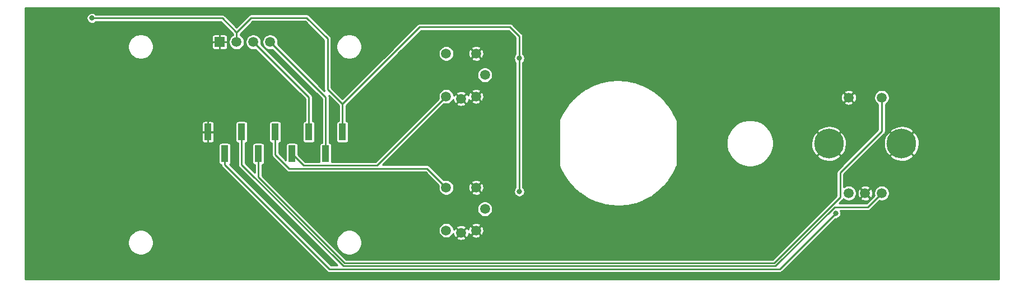
<source format=gbr>
%TF.GenerationSoftware,KiCad,Pcbnew,(5.1.6)-1*%
%TF.CreationDate,2025-05-28T07:42:33-04:00*%
%TF.ProjectId,mt32-pi-bay,6d743332-2d70-4692-9d62-61792e6b6963,rev?*%
%TF.SameCoordinates,Original*%
%TF.FileFunction,Copper,L2,Bot*%
%TF.FilePolarity,Positive*%
%FSLAX46Y46*%
G04 Gerber Fmt 4.6, Leading zero omitted, Abs format (unit mm)*
G04 Created by KiCad (PCBNEW (5.1.6)-1) date 2025-05-28 07:42:33*
%MOMM*%
%LPD*%
G01*
G04 APERTURE LIST*
%TA.AperFunction,ComponentPad*%
%ADD10C,1.508000*%
%TD*%
%TA.AperFunction,ComponentPad*%
%ADD11R,1.508000X1.508000*%
%TD*%
%TA.AperFunction,ComponentPad*%
%ADD12C,1.500000*%
%TD*%
%TA.AperFunction,ComponentPad*%
%ADD13C,4.503000*%
%TD*%
%TA.AperFunction,SMDPad,CuDef*%
%ADD14R,1.000000X2.510000*%
%TD*%
%TA.AperFunction,ViaPad*%
%ADD15C,0.800000*%
%TD*%
%TA.AperFunction,Conductor*%
%ADD16C,0.250000*%
%TD*%
%TA.AperFunction,Conductor*%
%ADD17C,0.254000*%
%TD*%
G04 APERTURE END LIST*
D10*
%TO.P,DS1,4*%
%TO.N,SDA*%
X109982000Y-77477500D03*
%TO.P,DS1,3*%
%TO.N,SCL*%
X107442000Y-77477500D03*
%TO.P,DS1,2*%
%TO.N,+5V*%
X104902000Y-77477500D03*
D11*
%TO.P,DS1,1*%
%TO.N,GND*%
X102362000Y-77477500D03*
%TD*%
D12*
%TO.P,IC1,A1*%
%TO.N,ENC_DAT*%
X197421500Y-100393500D03*
%TO.P,IC1,B1*%
%TO.N,ENC_CLK*%
X202421500Y-100393500D03*
%TO.P,IC1,C1*%
%TO.N,GND*%
X199921500Y-100393500D03*
%TO.P,IC1,D1*%
X197421500Y-85893500D03*
%TO.P,IC1,E1*%
%TO.N,ENC_BTN*%
X202421500Y-85893500D03*
D13*
%TO.P,IC1,MH1*%
%TO.N,GND*%
X194421500Y-92893500D03*
%TO.P,IC1,MH2*%
X205421500Y-92893500D03*
%TD*%
D14*
%TO.P,J1,2*%
%TO.N,SDA*%
X118364000Y-94428500D03*
%TO.P,J1,4*%
%TO.N,BTN1*%
X113284000Y-94428500D03*
%TO.P,J1,6*%
%TO.N,ENC_BTN*%
X108204000Y-94428500D03*
%TO.P,J1,8*%
%TO.N,ENC_DAT*%
X103124000Y-94428500D03*
%TO.P,J1,1*%
%TO.N,+5V*%
X120904000Y-91118500D03*
%TO.P,J1,3*%
%TO.N,SCL*%
X115824000Y-91118500D03*
%TO.P,J1,5*%
%TO.N,BTN2*%
X110744000Y-91118500D03*
%TO.P,J1,7*%
%TO.N,ENC_CLK*%
X105664000Y-91118500D03*
%TO.P,J1,9*%
%TO.N,GND*%
X100584000Y-91118500D03*
%TD*%
D12*
%TO.P,S1,1*%
%TO.N,BTN1*%
X136588500Y-85725000D03*
%TO.P,S1,2*%
X136588500Y-79225000D03*
%TO.P,S1,3*%
%TO.N,GND*%
X141088500Y-85725000D03*
%TO.P,S1,4*%
X141088500Y-79225000D03*
%TO.P,S1,5*%
%TO.N,Net-(R2-Pad2)*%
X142438500Y-82475000D03*
%TO.P,S1,6*%
%TO.N,GND*%
X138838500Y-86075000D03*
%TD*%
%TO.P,S2,6*%
%TO.N,GND*%
X138838500Y-106395000D03*
%TO.P,S2,5*%
%TO.N,Net-(R3-Pad2)*%
X142438500Y-102795000D03*
%TO.P,S2,4*%
%TO.N,GND*%
X141088500Y-99545000D03*
%TO.P,S2,3*%
X141088500Y-106045000D03*
%TO.P,S2,2*%
%TO.N,BTN2*%
X136588500Y-99545000D03*
%TO.P,S2,1*%
X136588500Y-106045000D03*
%TD*%
D15*
%TO.N,+5V*%
X83058000Y-73850500D03*
X147637500Y-79946500D03*
X147637500Y-100139500D03*
%TO.N,ENC_DAT*%
X195453000Y-103441500D03*
%TD*%
D16*
%TO.N,SDA*%
X118364000Y-85859500D02*
X109982000Y-77477500D01*
X118364000Y-94428500D02*
X118364000Y-85859500D01*
%TO.N,SCL*%
X115824000Y-85852000D02*
X115824000Y-91118500D01*
X107442000Y-77477500D02*
X107449500Y-77477500D01*
X107449500Y-77477500D02*
X115824000Y-85852000D01*
%TO.N,+5V*%
X104902000Y-76009500D02*
X104902000Y-77477500D01*
X83058000Y-73850500D02*
X102743000Y-73850500D01*
X102743000Y-73850500D02*
X104902000Y-76009500D01*
X120904000Y-86868000D02*
X118681500Y-84645500D01*
X120904000Y-91118500D02*
X120904000Y-86868000D01*
X118681500Y-84645500D02*
X118681500Y-76962000D01*
X118681500Y-76962000D02*
X115506500Y-73787000D01*
X107124500Y-73787000D02*
X104902000Y-76009500D01*
X115506500Y-73787000D02*
X107124500Y-73787000D01*
X120904000Y-86868000D02*
X128333500Y-79438500D01*
X128333500Y-79438500D02*
X132588000Y-75184000D01*
X132588000Y-75184000D02*
X146240500Y-75184000D01*
X146240500Y-75184000D02*
X147637500Y-76581000D01*
X147637500Y-76581000D02*
X147637500Y-79946500D01*
X147637500Y-79946500D02*
X147637500Y-100139500D01*
%TO.N,ENC_CLK*%
X200326000Y-102489000D02*
X202421500Y-100393500D01*
X105664000Y-96076911D02*
X121035100Y-111448011D01*
X195326000Y-102489000D02*
X200326000Y-102489000D01*
X105664000Y-91118500D02*
X105664000Y-96076911D01*
X121035100Y-111448011D02*
X186366989Y-111448011D01*
X186366989Y-111448011D02*
X195326000Y-102489000D01*
%TO.N,ENC_DAT*%
X103124000Y-96075500D02*
X118946521Y-111898021D01*
X103124000Y-94428500D02*
X103124000Y-96075500D01*
X186996479Y-111898021D02*
X118946521Y-111898021D01*
X195453000Y-103441500D02*
X186996479Y-111898021D01*
%TO.N,ENC_BTN*%
X202421500Y-91012000D02*
X202421500Y-85893500D01*
X196151500Y-97282000D02*
X202421500Y-91012000D01*
X186180590Y-110998000D02*
X196151500Y-101027090D01*
X196151500Y-101027090D02*
X196151500Y-97282000D01*
X121221500Y-110998000D02*
X186180590Y-110998000D01*
X108204000Y-94428500D02*
X108204000Y-97980500D01*
X108204000Y-97980500D02*
X121221500Y-110998000D01*
%TO.N,BTN1*%
X115052489Y-96196989D02*
X126116511Y-96196989D01*
X126116511Y-96196989D02*
X136588500Y-85725000D01*
X113284000Y-94428500D02*
X115052489Y-96196989D01*
%TO.N,BTN2*%
X133690500Y-96647000D02*
X136588500Y-99545000D01*
X112839500Y-96647000D02*
X133690500Y-96647000D01*
X110744000Y-91118500D02*
X110744000Y-94551500D01*
X110744000Y-94551500D02*
X112839500Y-96647000D01*
%TD*%
D17*
%TO.N,GND*%
G36*
X220147000Y-113467000D02*
G01*
X72969000Y-113467000D01*
X72969000Y-107687707D01*
X88495000Y-107687707D01*
X88495000Y-108067293D01*
X88569053Y-108439585D01*
X88714315Y-108790277D01*
X88925201Y-109105891D01*
X89193609Y-109374299D01*
X89509223Y-109585185D01*
X89859915Y-109730447D01*
X90232207Y-109804500D01*
X90611793Y-109804500D01*
X90984085Y-109730447D01*
X91334777Y-109585185D01*
X91650391Y-109374299D01*
X91918799Y-109105891D01*
X92129685Y-108790277D01*
X92274947Y-108439585D01*
X92349000Y-108067293D01*
X92349000Y-107687707D01*
X92274947Y-107315415D01*
X92129685Y-106964723D01*
X91918799Y-106649109D01*
X91650391Y-106380701D01*
X91334777Y-106169815D01*
X90984085Y-106024553D01*
X90611793Y-105950500D01*
X90232207Y-105950500D01*
X89859915Y-106024553D01*
X89509223Y-106169815D01*
X89193609Y-106380701D01*
X88925201Y-106649109D01*
X88714315Y-106964723D01*
X88569053Y-107315415D01*
X88495000Y-107687707D01*
X72969000Y-107687707D01*
X72969000Y-93173500D01*
X102194934Y-93173500D01*
X102194934Y-95683500D01*
X102203178Y-95767207D01*
X102227595Y-95847696D01*
X102267245Y-95921876D01*
X102320605Y-95986895D01*
X102385624Y-96040255D01*
X102459804Y-96079905D01*
X102540293Y-96104322D01*
X102572481Y-96107492D01*
X102574265Y-96125599D01*
X102579989Y-96183711D01*
X102581198Y-96187697D01*
X102611552Y-96287762D01*
X102662809Y-96383657D01*
X102669492Y-96391800D01*
X102731790Y-96467711D01*
X102752852Y-96484996D01*
X118537030Y-112269176D01*
X118554310Y-112290232D01*
X118575366Y-112307512D01*
X118575367Y-112307513D01*
X118638363Y-112359212D01*
X118734258Y-112410469D01*
X118838310Y-112442033D01*
X118946521Y-112452691D01*
X118973629Y-112450021D01*
X186969373Y-112450021D01*
X186996479Y-112452691D01*
X187023585Y-112450021D01*
X187023588Y-112450021D01*
X187104690Y-112442033D01*
X187208742Y-112410469D01*
X187304637Y-112359212D01*
X187388690Y-112290232D01*
X187405980Y-112269164D01*
X195406646Y-104268500D01*
X195534452Y-104268500D01*
X195694227Y-104236718D01*
X195844731Y-104174377D01*
X195980181Y-104083872D01*
X196095372Y-103968681D01*
X196185877Y-103833231D01*
X196248218Y-103682727D01*
X196280000Y-103522952D01*
X196280000Y-103360048D01*
X196248218Y-103200273D01*
X196185877Y-103049769D01*
X196180018Y-103041000D01*
X200298894Y-103041000D01*
X200326000Y-103043670D01*
X200353106Y-103041000D01*
X200353109Y-103041000D01*
X200434211Y-103033012D01*
X200538263Y-103001448D01*
X200634158Y-102950191D01*
X200718211Y-102881211D01*
X200735500Y-102860144D01*
X202072663Y-101522983D01*
X202078182Y-101525269D01*
X202305576Y-101570500D01*
X202537424Y-101570500D01*
X202764818Y-101525269D01*
X202979019Y-101436544D01*
X203171794Y-101307736D01*
X203335736Y-101143794D01*
X203464544Y-100951019D01*
X203553269Y-100736818D01*
X203598500Y-100509424D01*
X203598500Y-100277576D01*
X203553269Y-100050182D01*
X203464544Y-99835981D01*
X203335736Y-99643206D01*
X203171794Y-99479264D01*
X202979019Y-99350456D01*
X202764818Y-99261731D01*
X202537424Y-99216500D01*
X202305576Y-99216500D01*
X202078182Y-99261731D01*
X201863981Y-99350456D01*
X201671206Y-99479264D01*
X201507264Y-99643206D01*
X201378456Y-99835981D01*
X201289731Y-100050182D01*
X201244500Y-100277576D01*
X201244500Y-100509424D01*
X201289731Y-100736818D01*
X201292017Y-100742337D01*
X200097356Y-101937000D01*
X196022236Y-101937000D01*
X196522654Y-101436582D01*
X196543711Y-101419301D01*
X196612691Y-101335248D01*
X196642657Y-101279187D01*
X196671206Y-101307736D01*
X196863981Y-101436544D01*
X197078182Y-101525269D01*
X197305576Y-101570500D01*
X197537424Y-101570500D01*
X197764818Y-101525269D01*
X197979019Y-101436544D01*
X198171794Y-101307736D01*
X198309132Y-101170398D01*
X199177129Y-101170398D01*
X199245068Y-101363658D01*
X199447334Y-101476983D01*
X199667822Y-101548669D01*
X199898059Y-101575963D01*
X200129196Y-101557816D01*
X200352352Y-101494924D01*
X200558950Y-101389705D01*
X200597932Y-101363658D01*
X200665871Y-101170398D01*
X199921500Y-100426027D01*
X199177129Y-101170398D01*
X198309132Y-101170398D01*
X198335736Y-101143794D01*
X198464544Y-100951019D01*
X198553269Y-100736818D01*
X198598500Y-100509424D01*
X198598500Y-100370059D01*
X198739037Y-100370059D01*
X198757184Y-100601196D01*
X198820076Y-100824352D01*
X198925295Y-101030950D01*
X198951342Y-101069932D01*
X199144602Y-101137871D01*
X199888973Y-100393500D01*
X199954027Y-100393500D01*
X200698398Y-101137871D01*
X200891658Y-101069932D01*
X201004983Y-100867666D01*
X201076669Y-100647178D01*
X201103963Y-100416941D01*
X201085816Y-100185804D01*
X201022924Y-99962648D01*
X200917705Y-99756050D01*
X200891658Y-99717068D01*
X200698398Y-99649129D01*
X199954027Y-100393500D01*
X199888973Y-100393500D01*
X199144602Y-99649129D01*
X198951342Y-99717068D01*
X198838017Y-99919334D01*
X198766331Y-100139822D01*
X198739037Y-100370059D01*
X198598500Y-100370059D01*
X198598500Y-100277576D01*
X198553269Y-100050182D01*
X198464544Y-99835981D01*
X198335736Y-99643206D01*
X198309132Y-99616602D01*
X199177129Y-99616602D01*
X199921500Y-100360973D01*
X200665871Y-99616602D01*
X200597932Y-99423342D01*
X200395666Y-99310017D01*
X200175178Y-99238331D01*
X199944941Y-99211037D01*
X199713804Y-99229184D01*
X199490648Y-99292076D01*
X199284050Y-99397295D01*
X199245068Y-99423342D01*
X199177129Y-99616602D01*
X198309132Y-99616602D01*
X198171794Y-99479264D01*
X197979019Y-99350456D01*
X197764818Y-99261731D01*
X197537424Y-99216500D01*
X197305576Y-99216500D01*
X197078182Y-99261731D01*
X196863981Y-99350456D01*
X196703500Y-99457686D01*
X196703500Y-97510644D01*
X199476787Y-94737357D01*
X203610170Y-94737357D01*
X203858165Y-95084377D01*
X204315622Y-95347272D01*
X204815579Y-95515869D01*
X205338820Y-95583690D01*
X205865239Y-95548129D01*
X206374605Y-95410551D01*
X206847343Y-95176245D01*
X206984835Y-95084377D01*
X207232830Y-94737357D01*
X205421500Y-92926027D01*
X203610170Y-94737357D01*
X199476787Y-94737357D01*
X201403325Y-92810820D01*
X202731310Y-92810820D01*
X202766871Y-93337239D01*
X202904449Y-93846605D01*
X203138755Y-94319343D01*
X203230623Y-94456835D01*
X203577643Y-94704830D01*
X205388973Y-92893500D01*
X205454027Y-92893500D01*
X207265357Y-94704830D01*
X207612377Y-94456835D01*
X207875272Y-93999378D01*
X208043869Y-93499421D01*
X208111690Y-92976180D01*
X208076129Y-92449761D01*
X207938551Y-91940395D01*
X207704245Y-91467657D01*
X207612377Y-91330165D01*
X207265357Y-91082170D01*
X205454027Y-92893500D01*
X205388973Y-92893500D01*
X203577643Y-91082170D01*
X203230623Y-91330165D01*
X202967728Y-91787622D01*
X202799131Y-92287579D01*
X202731310Y-92810820D01*
X201403325Y-92810820D01*
X202792654Y-91421492D01*
X202813711Y-91404211D01*
X202882691Y-91320158D01*
X202933948Y-91224263D01*
X202965512Y-91120211D01*
X202972462Y-91049643D01*
X203610170Y-91049643D01*
X205421500Y-92860973D01*
X207232830Y-91049643D01*
X206984835Y-90702623D01*
X206527378Y-90439728D01*
X206027421Y-90271131D01*
X205504180Y-90203310D01*
X204977761Y-90238871D01*
X204468395Y-90376449D01*
X203995657Y-90610755D01*
X203858165Y-90702623D01*
X203610170Y-91049643D01*
X202972462Y-91049643D01*
X202973500Y-91039109D01*
X202973500Y-91039107D01*
X202976170Y-91012001D01*
X202973500Y-90984895D01*
X202973500Y-86938830D01*
X202979019Y-86936544D01*
X203171794Y-86807736D01*
X203335736Y-86643794D01*
X203464544Y-86451019D01*
X203553269Y-86236818D01*
X203598500Y-86009424D01*
X203598500Y-85777576D01*
X203553269Y-85550182D01*
X203464544Y-85335981D01*
X203335736Y-85143206D01*
X203171794Y-84979264D01*
X202979019Y-84850456D01*
X202764818Y-84761731D01*
X202537424Y-84716500D01*
X202305576Y-84716500D01*
X202078182Y-84761731D01*
X201863981Y-84850456D01*
X201671206Y-84979264D01*
X201507264Y-85143206D01*
X201378456Y-85335981D01*
X201289731Y-85550182D01*
X201244500Y-85777576D01*
X201244500Y-86009424D01*
X201289731Y-86236818D01*
X201378456Y-86451019D01*
X201507264Y-86643794D01*
X201671206Y-86807736D01*
X201863981Y-86936544D01*
X201869501Y-86938830D01*
X201869500Y-90783354D01*
X195780352Y-96872504D01*
X195759290Y-96889789D01*
X195701274Y-96960482D01*
X195690309Y-96973843D01*
X195639052Y-97069738D01*
X195620277Y-97131633D01*
X195610858Y-97162685D01*
X195607489Y-97173790D01*
X195596830Y-97282000D01*
X195599501Y-97309116D01*
X195599500Y-100798444D01*
X185951946Y-110446000D01*
X121450146Y-110446000D01*
X118691853Y-107687707D01*
X119995000Y-107687707D01*
X119995000Y-108067293D01*
X120069053Y-108439585D01*
X120214315Y-108790277D01*
X120425201Y-109105891D01*
X120693609Y-109374299D01*
X121009223Y-109585185D01*
X121359915Y-109730447D01*
X121732207Y-109804500D01*
X122111793Y-109804500D01*
X122484085Y-109730447D01*
X122834777Y-109585185D01*
X123150391Y-109374299D01*
X123418799Y-109105891D01*
X123629685Y-108790277D01*
X123774947Y-108439585D01*
X123849000Y-108067293D01*
X123849000Y-107687707D01*
X123774947Y-107315415D01*
X123629685Y-106964723D01*
X123418799Y-106649109D01*
X123150391Y-106380701D01*
X122834777Y-106169815D01*
X122484085Y-106024553D01*
X122111793Y-105950500D01*
X121732207Y-105950500D01*
X121359915Y-106024553D01*
X121009223Y-106169815D01*
X120693609Y-106380701D01*
X120425201Y-106649109D01*
X120214315Y-106964723D01*
X120069053Y-107315415D01*
X119995000Y-107687707D01*
X118691853Y-107687707D01*
X116933222Y-105929076D01*
X135411500Y-105929076D01*
X135411500Y-106160924D01*
X135456731Y-106388318D01*
X135545456Y-106602519D01*
X135674264Y-106795294D01*
X135838206Y-106959236D01*
X136030981Y-107088044D01*
X136245182Y-107176769D01*
X136472576Y-107222000D01*
X136704424Y-107222000D01*
X136931818Y-107176769D01*
X136943577Y-107171898D01*
X138094129Y-107171898D01*
X138162068Y-107365158D01*
X138364334Y-107478483D01*
X138584822Y-107550169D01*
X138815059Y-107577463D01*
X139046196Y-107559316D01*
X139269352Y-107496424D01*
X139475950Y-107391205D01*
X139514932Y-107365158D01*
X139582871Y-107171898D01*
X138838500Y-106427527D01*
X138094129Y-107171898D01*
X136943577Y-107171898D01*
X137146019Y-107088044D01*
X137338794Y-106959236D01*
X137502736Y-106795294D01*
X137631544Y-106602519D01*
X137667378Y-106516008D01*
X137674184Y-106602696D01*
X137737076Y-106825852D01*
X137842295Y-107032450D01*
X137868342Y-107071432D01*
X138061602Y-107139371D01*
X138805973Y-106395000D01*
X138871027Y-106395000D01*
X139615398Y-107139371D01*
X139808658Y-107071432D01*
X139921983Y-106869166D01*
X139937350Y-106821898D01*
X140344129Y-106821898D01*
X140412068Y-107015158D01*
X140614334Y-107128483D01*
X140834822Y-107200169D01*
X141065059Y-107227463D01*
X141296196Y-107209316D01*
X141519352Y-107146424D01*
X141725950Y-107041205D01*
X141764932Y-107015158D01*
X141832871Y-106821898D01*
X141088500Y-106077527D01*
X140344129Y-106821898D01*
X139937350Y-106821898D01*
X139993669Y-106648678D01*
X140009044Y-106518986D01*
X140092295Y-106682450D01*
X140118342Y-106721432D01*
X140311602Y-106789371D01*
X141055973Y-106045000D01*
X141121027Y-106045000D01*
X141865398Y-106789371D01*
X142058658Y-106721432D01*
X142171983Y-106519166D01*
X142243669Y-106298678D01*
X142270963Y-106068441D01*
X142252816Y-105837304D01*
X142189924Y-105614148D01*
X142084705Y-105407550D01*
X142058658Y-105368568D01*
X141865398Y-105300629D01*
X141121027Y-106045000D01*
X141055973Y-106045000D01*
X140311602Y-105300629D01*
X140118342Y-105368568D01*
X140005017Y-105570834D01*
X139933331Y-105791322D01*
X139917956Y-105921014D01*
X139834705Y-105757550D01*
X139808658Y-105718568D01*
X139615398Y-105650629D01*
X138871027Y-106395000D01*
X138805973Y-106395000D01*
X138061602Y-105650629D01*
X137868342Y-105718568D01*
X137761544Y-105909185D01*
X137720269Y-105701682D01*
X137685650Y-105618102D01*
X138094129Y-105618102D01*
X138838500Y-106362473D01*
X139582871Y-105618102D01*
X139514932Y-105424842D01*
X139312666Y-105311517D01*
X139179133Y-105268102D01*
X140344129Y-105268102D01*
X141088500Y-106012473D01*
X141832871Y-105268102D01*
X141764932Y-105074842D01*
X141562666Y-104961517D01*
X141342178Y-104889831D01*
X141111941Y-104862537D01*
X140880804Y-104880684D01*
X140657648Y-104943576D01*
X140451050Y-105048795D01*
X140412068Y-105074842D01*
X140344129Y-105268102D01*
X139179133Y-105268102D01*
X139092178Y-105239831D01*
X138861941Y-105212537D01*
X138630804Y-105230684D01*
X138407648Y-105293576D01*
X138201050Y-105398795D01*
X138162068Y-105424842D01*
X138094129Y-105618102D01*
X137685650Y-105618102D01*
X137631544Y-105487481D01*
X137502736Y-105294706D01*
X137338794Y-105130764D01*
X137146019Y-105001956D01*
X136931818Y-104913231D01*
X136704424Y-104868000D01*
X136472576Y-104868000D01*
X136245182Y-104913231D01*
X136030981Y-105001956D01*
X135838206Y-105130764D01*
X135674264Y-105294706D01*
X135545456Y-105487481D01*
X135456731Y-105701682D01*
X135411500Y-105929076D01*
X116933222Y-105929076D01*
X113683222Y-102679076D01*
X141261500Y-102679076D01*
X141261500Y-102910924D01*
X141306731Y-103138318D01*
X141395456Y-103352519D01*
X141524264Y-103545294D01*
X141688206Y-103709236D01*
X141880981Y-103838044D01*
X142095182Y-103926769D01*
X142322576Y-103972000D01*
X142554424Y-103972000D01*
X142781818Y-103926769D01*
X142996019Y-103838044D01*
X143188794Y-103709236D01*
X143352736Y-103545294D01*
X143481544Y-103352519D01*
X143570269Y-103138318D01*
X143615500Y-102910924D01*
X143615500Y-102679076D01*
X143570269Y-102451682D01*
X143481544Y-102237481D01*
X143352736Y-102044706D01*
X143188794Y-101880764D01*
X142996019Y-101751956D01*
X142781818Y-101663231D01*
X142554424Y-101618000D01*
X142322576Y-101618000D01*
X142095182Y-101663231D01*
X141880981Y-101751956D01*
X141688206Y-101880764D01*
X141524264Y-102044706D01*
X141395456Y-102237481D01*
X141306731Y-102451682D01*
X141261500Y-102679076D01*
X113683222Y-102679076D01*
X108756000Y-97751856D01*
X108756000Y-96107445D01*
X108787707Y-96104322D01*
X108868196Y-96079905D01*
X108942376Y-96040255D01*
X109007395Y-95986895D01*
X109060755Y-95921876D01*
X109100405Y-95847696D01*
X109124822Y-95767207D01*
X109133066Y-95683500D01*
X109133066Y-93173500D01*
X109124822Y-93089793D01*
X109100405Y-93009304D01*
X109060755Y-92935124D01*
X109007395Y-92870105D01*
X108942376Y-92816745D01*
X108868196Y-92777095D01*
X108787707Y-92752678D01*
X108704000Y-92744434D01*
X107704000Y-92744434D01*
X107620293Y-92752678D01*
X107539804Y-92777095D01*
X107465624Y-92816745D01*
X107400605Y-92870105D01*
X107347245Y-92935124D01*
X107307595Y-93009304D01*
X107283178Y-93089793D01*
X107274934Y-93173500D01*
X107274934Y-95683500D01*
X107283178Y-95767207D01*
X107307595Y-95847696D01*
X107347245Y-95921876D01*
X107400605Y-95986895D01*
X107465624Y-96040255D01*
X107539804Y-96079905D01*
X107620293Y-96104322D01*
X107652000Y-96107445D01*
X107652001Y-97284268D01*
X106216000Y-95848267D01*
X106216000Y-92797445D01*
X106247707Y-92794322D01*
X106328196Y-92769905D01*
X106402376Y-92730255D01*
X106467395Y-92676895D01*
X106520755Y-92611876D01*
X106560405Y-92537696D01*
X106584822Y-92457207D01*
X106593066Y-92373500D01*
X106593066Y-89863500D01*
X106584822Y-89779793D01*
X106560405Y-89699304D01*
X106520755Y-89625124D01*
X106467395Y-89560105D01*
X106402376Y-89506745D01*
X106328196Y-89467095D01*
X106247707Y-89442678D01*
X106164000Y-89434434D01*
X105164000Y-89434434D01*
X105080293Y-89442678D01*
X104999804Y-89467095D01*
X104925624Y-89506745D01*
X104860605Y-89560105D01*
X104807245Y-89625124D01*
X104767595Y-89699304D01*
X104743178Y-89779793D01*
X104734934Y-89863500D01*
X104734934Y-92373500D01*
X104743178Y-92457207D01*
X104767595Y-92537696D01*
X104807245Y-92611876D01*
X104860605Y-92676895D01*
X104925624Y-92730255D01*
X104999804Y-92769905D01*
X105080293Y-92794322D01*
X105112000Y-92797445D01*
X105112001Y-96049795D01*
X105109330Y-96076911D01*
X105114126Y-96125599D01*
X105119989Y-96185122D01*
X105120770Y-96187697D01*
X105151552Y-96289173D01*
X105202809Y-96385068D01*
X105208334Y-96391800D01*
X105271790Y-96469122D01*
X105292852Y-96486407D01*
X120152464Y-111346021D01*
X119175167Y-111346021D01*
X103866233Y-96037089D01*
X103927395Y-95986895D01*
X103980755Y-95921876D01*
X104020405Y-95847696D01*
X104044822Y-95767207D01*
X104053066Y-95683500D01*
X104053066Y-93173500D01*
X104044822Y-93089793D01*
X104020405Y-93009304D01*
X103980755Y-92935124D01*
X103927395Y-92870105D01*
X103862376Y-92816745D01*
X103788196Y-92777095D01*
X103707707Y-92752678D01*
X103624000Y-92744434D01*
X102624000Y-92744434D01*
X102540293Y-92752678D01*
X102459804Y-92777095D01*
X102385624Y-92816745D01*
X102320605Y-92870105D01*
X102267245Y-92935124D01*
X102227595Y-93009304D01*
X102203178Y-93089793D01*
X102194934Y-93173500D01*
X72969000Y-93173500D01*
X72969000Y-92373500D01*
X99654934Y-92373500D01*
X99663178Y-92457207D01*
X99687595Y-92537696D01*
X99727245Y-92611876D01*
X99780605Y-92676895D01*
X99845624Y-92730255D01*
X99919804Y-92769905D01*
X100000293Y-92794322D01*
X100084000Y-92802566D01*
X100454250Y-92800500D01*
X100561000Y-92693750D01*
X100561000Y-91141500D01*
X100607000Y-91141500D01*
X100607000Y-92693750D01*
X100713750Y-92800500D01*
X101084000Y-92802566D01*
X101167707Y-92794322D01*
X101248196Y-92769905D01*
X101322376Y-92730255D01*
X101387395Y-92676895D01*
X101440755Y-92611876D01*
X101480405Y-92537696D01*
X101504822Y-92457207D01*
X101513066Y-92373500D01*
X101511000Y-91248250D01*
X101404250Y-91141500D01*
X100607000Y-91141500D01*
X100561000Y-91141500D01*
X99763750Y-91141500D01*
X99657000Y-91248250D01*
X99654934Y-92373500D01*
X72969000Y-92373500D01*
X72969000Y-89863500D01*
X99654934Y-89863500D01*
X99657000Y-90988750D01*
X99763750Y-91095500D01*
X100561000Y-91095500D01*
X100561000Y-89543250D01*
X100607000Y-89543250D01*
X100607000Y-91095500D01*
X101404250Y-91095500D01*
X101511000Y-90988750D01*
X101513066Y-89863500D01*
X101504822Y-89779793D01*
X101480405Y-89699304D01*
X101440755Y-89625124D01*
X101387395Y-89560105D01*
X101322376Y-89506745D01*
X101248196Y-89467095D01*
X101167707Y-89442678D01*
X101084000Y-89434434D01*
X100713750Y-89436500D01*
X100607000Y-89543250D01*
X100561000Y-89543250D01*
X100454250Y-89436500D01*
X100084000Y-89434434D01*
X100000293Y-89442678D01*
X99919804Y-89467095D01*
X99845624Y-89506745D01*
X99780605Y-89560105D01*
X99727245Y-89625124D01*
X99687595Y-89699304D01*
X99663178Y-89779793D01*
X99654934Y-89863500D01*
X72969000Y-89863500D01*
X72969000Y-77987707D01*
X88495000Y-77987707D01*
X88495000Y-78367293D01*
X88569053Y-78739585D01*
X88714315Y-79090277D01*
X88925201Y-79405891D01*
X89193609Y-79674299D01*
X89509223Y-79885185D01*
X89859915Y-80030447D01*
X90232207Y-80104500D01*
X90611793Y-80104500D01*
X90984085Y-80030447D01*
X91334777Y-79885185D01*
X91650391Y-79674299D01*
X91918799Y-79405891D01*
X92129685Y-79090277D01*
X92274947Y-78739585D01*
X92349000Y-78367293D01*
X92349000Y-78231500D01*
X101178934Y-78231500D01*
X101187178Y-78315207D01*
X101211595Y-78395696D01*
X101251245Y-78469876D01*
X101304605Y-78534895D01*
X101369624Y-78588255D01*
X101443804Y-78627905D01*
X101524293Y-78652322D01*
X101608000Y-78660566D01*
X102232250Y-78658500D01*
X102339000Y-78551750D01*
X102339000Y-77500500D01*
X102385000Y-77500500D01*
X102385000Y-78551750D01*
X102491750Y-78658500D01*
X103116000Y-78660566D01*
X103199707Y-78652322D01*
X103280196Y-78627905D01*
X103354376Y-78588255D01*
X103419395Y-78534895D01*
X103472755Y-78469876D01*
X103512405Y-78395696D01*
X103536822Y-78315207D01*
X103545066Y-78231500D01*
X103543000Y-77607250D01*
X103436250Y-77500500D01*
X102385000Y-77500500D01*
X102339000Y-77500500D01*
X101287750Y-77500500D01*
X101181000Y-77607250D01*
X101178934Y-78231500D01*
X92349000Y-78231500D01*
X92349000Y-77987707D01*
X92274947Y-77615415D01*
X92129685Y-77264723D01*
X91918799Y-76949109D01*
X91693190Y-76723500D01*
X101178934Y-76723500D01*
X101181000Y-77347750D01*
X101287750Y-77454500D01*
X102339000Y-77454500D01*
X102339000Y-76403250D01*
X102385000Y-76403250D01*
X102385000Y-77454500D01*
X103436250Y-77454500D01*
X103543000Y-77347750D01*
X103545066Y-76723500D01*
X103536822Y-76639793D01*
X103512405Y-76559304D01*
X103472755Y-76485124D01*
X103419395Y-76420105D01*
X103354376Y-76366745D01*
X103280196Y-76327095D01*
X103199707Y-76302678D01*
X103116000Y-76294434D01*
X102491750Y-76296500D01*
X102385000Y-76403250D01*
X102339000Y-76403250D01*
X102232250Y-76296500D01*
X101608000Y-76294434D01*
X101524293Y-76302678D01*
X101443804Y-76327095D01*
X101369624Y-76366745D01*
X101304605Y-76420105D01*
X101251245Y-76485124D01*
X101211595Y-76559304D01*
X101187178Y-76639793D01*
X101178934Y-76723500D01*
X91693190Y-76723500D01*
X91650391Y-76680701D01*
X91334777Y-76469815D01*
X90984085Y-76324553D01*
X90611793Y-76250500D01*
X90232207Y-76250500D01*
X89859915Y-76324553D01*
X89509223Y-76469815D01*
X89193609Y-76680701D01*
X88925201Y-76949109D01*
X88714315Y-77264723D01*
X88569053Y-77615415D01*
X88495000Y-77987707D01*
X72969000Y-77987707D01*
X72969000Y-73769048D01*
X82231000Y-73769048D01*
X82231000Y-73931952D01*
X82262782Y-74091727D01*
X82325123Y-74242231D01*
X82415628Y-74377681D01*
X82530819Y-74492872D01*
X82666269Y-74583377D01*
X82816773Y-74645718D01*
X82976548Y-74677500D01*
X83139452Y-74677500D01*
X83299227Y-74645718D01*
X83449731Y-74583377D01*
X83585181Y-74492872D01*
X83675553Y-74402500D01*
X102514356Y-74402500D01*
X104350000Y-76238146D01*
X104350000Y-76427841D01*
X104342587Y-76430912D01*
X104149157Y-76560158D01*
X103984658Y-76724657D01*
X103855412Y-76918087D01*
X103766386Y-77133015D01*
X103721000Y-77361182D01*
X103721000Y-77593818D01*
X103766386Y-77821985D01*
X103855412Y-78036913D01*
X103984658Y-78230343D01*
X104149157Y-78394842D01*
X104342587Y-78524088D01*
X104557515Y-78613114D01*
X104785682Y-78658500D01*
X105018318Y-78658500D01*
X105246485Y-78613114D01*
X105461413Y-78524088D01*
X105654843Y-78394842D01*
X105819342Y-78230343D01*
X105948588Y-78036913D01*
X106037614Y-77821985D01*
X106083000Y-77593818D01*
X106083000Y-77361182D01*
X106261000Y-77361182D01*
X106261000Y-77593818D01*
X106306386Y-77821985D01*
X106395412Y-78036913D01*
X106524658Y-78230343D01*
X106689157Y-78394842D01*
X106882587Y-78524088D01*
X107097515Y-78613114D01*
X107325682Y-78658500D01*
X107558318Y-78658500D01*
X107786485Y-78613114D01*
X107799202Y-78607846D01*
X115272000Y-86080646D01*
X115272001Y-89439555D01*
X115240293Y-89442678D01*
X115159804Y-89467095D01*
X115085624Y-89506745D01*
X115020605Y-89560105D01*
X114967245Y-89625124D01*
X114927595Y-89699304D01*
X114903178Y-89779793D01*
X114894934Y-89863500D01*
X114894934Y-92373500D01*
X114903178Y-92457207D01*
X114927595Y-92537696D01*
X114967245Y-92611876D01*
X115020605Y-92676895D01*
X115085624Y-92730255D01*
X115159804Y-92769905D01*
X115240293Y-92794322D01*
X115324000Y-92802566D01*
X116324000Y-92802566D01*
X116407707Y-92794322D01*
X116488196Y-92769905D01*
X116562376Y-92730255D01*
X116627395Y-92676895D01*
X116680755Y-92611876D01*
X116720405Y-92537696D01*
X116744822Y-92457207D01*
X116753066Y-92373500D01*
X116753066Y-89863500D01*
X116744822Y-89779793D01*
X116720405Y-89699304D01*
X116680755Y-89625124D01*
X116627395Y-89560105D01*
X116562376Y-89506745D01*
X116488196Y-89467095D01*
X116407707Y-89442678D01*
X116376000Y-89439555D01*
X116376000Y-85879097D01*
X116378669Y-85851999D01*
X116376000Y-85824901D01*
X116376000Y-85824891D01*
X116368012Y-85743789D01*
X116336448Y-85639737D01*
X116285191Y-85543842D01*
X116216211Y-85459789D01*
X116195154Y-85442508D01*
X108576740Y-77824096D01*
X108577614Y-77821985D01*
X108623000Y-77593818D01*
X108623000Y-77361182D01*
X108577614Y-77133015D01*
X108488588Y-76918087D01*
X108359342Y-76724657D01*
X108194843Y-76560158D01*
X108001413Y-76430912D01*
X107786485Y-76341886D01*
X107558318Y-76296500D01*
X107325682Y-76296500D01*
X107097515Y-76341886D01*
X106882587Y-76430912D01*
X106689157Y-76560158D01*
X106524658Y-76724657D01*
X106395412Y-76918087D01*
X106306386Y-77133015D01*
X106261000Y-77361182D01*
X106083000Y-77361182D01*
X106037614Y-77133015D01*
X105948588Y-76918087D01*
X105819342Y-76724657D01*
X105654843Y-76560158D01*
X105461413Y-76430912D01*
X105454000Y-76427841D01*
X105454000Y-76238144D01*
X107353146Y-74339000D01*
X115277856Y-74339000D01*
X118129501Y-77190647D01*
X118129500Y-84618394D01*
X118126830Y-84645500D01*
X118129500Y-84672606D01*
X118129500Y-84672608D01*
X118137488Y-84753710D01*
X118169052Y-84857762D01*
X118199072Y-84913926D01*
X111114543Y-77829399D01*
X111117614Y-77821985D01*
X111163000Y-77593818D01*
X111163000Y-77361182D01*
X111117614Y-77133015D01*
X111028588Y-76918087D01*
X110899342Y-76724657D01*
X110734843Y-76560158D01*
X110541413Y-76430912D01*
X110326485Y-76341886D01*
X110098318Y-76296500D01*
X109865682Y-76296500D01*
X109637515Y-76341886D01*
X109422587Y-76430912D01*
X109229157Y-76560158D01*
X109064658Y-76724657D01*
X108935412Y-76918087D01*
X108846386Y-77133015D01*
X108801000Y-77361182D01*
X108801000Y-77593818D01*
X108846386Y-77821985D01*
X108935412Y-78036913D01*
X109064658Y-78230343D01*
X109229157Y-78394842D01*
X109422587Y-78524088D01*
X109637515Y-78613114D01*
X109865682Y-78658500D01*
X110098318Y-78658500D01*
X110326485Y-78613114D01*
X110333899Y-78610043D01*
X117812001Y-86088147D01*
X117812000Y-92749555D01*
X117780293Y-92752678D01*
X117699804Y-92777095D01*
X117625624Y-92816745D01*
X117560605Y-92870105D01*
X117507245Y-92935124D01*
X117467595Y-93009304D01*
X117443178Y-93089793D01*
X117434934Y-93173500D01*
X117434934Y-95644989D01*
X115281135Y-95644989D01*
X114213066Y-94576921D01*
X114213066Y-93173500D01*
X114204822Y-93089793D01*
X114180405Y-93009304D01*
X114140755Y-92935124D01*
X114087395Y-92870105D01*
X114022376Y-92816745D01*
X113948196Y-92777095D01*
X113867707Y-92752678D01*
X113784000Y-92744434D01*
X112784000Y-92744434D01*
X112700293Y-92752678D01*
X112619804Y-92777095D01*
X112545624Y-92816745D01*
X112480605Y-92870105D01*
X112427245Y-92935124D01*
X112387595Y-93009304D01*
X112363178Y-93089793D01*
X112354934Y-93173500D01*
X112354934Y-95381789D01*
X111296000Y-94322856D01*
X111296000Y-92797445D01*
X111327707Y-92794322D01*
X111408196Y-92769905D01*
X111482376Y-92730255D01*
X111547395Y-92676895D01*
X111600755Y-92611876D01*
X111640405Y-92537696D01*
X111664822Y-92457207D01*
X111673066Y-92373500D01*
X111673066Y-89863500D01*
X111664822Y-89779793D01*
X111640405Y-89699304D01*
X111600755Y-89625124D01*
X111547395Y-89560105D01*
X111482376Y-89506745D01*
X111408196Y-89467095D01*
X111327707Y-89442678D01*
X111244000Y-89434434D01*
X110244000Y-89434434D01*
X110160293Y-89442678D01*
X110079804Y-89467095D01*
X110005624Y-89506745D01*
X109940605Y-89560105D01*
X109887245Y-89625124D01*
X109847595Y-89699304D01*
X109823178Y-89779793D01*
X109814934Y-89863500D01*
X109814934Y-92373500D01*
X109823178Y-92457207D01*
X109847595Y-92537696D01*
X109887245Y-92611876D01*
X109940605Y-92676895D01*
X110005624Y-92730255D01*
X110079804Y-92769905D01*
X110160293Y-92794322D01*
X110192000Y-92797445D01*
X110192001Y-94524384D01*
X110189330Y-94551500D01*
X110199989Y-94659710D01*
X110231552Y-94763762D01*
X110261992Y-94820711D01*
X110282810Y-94859658D01*
X110351790Y-94943711D01*
X110372852Y-94960996D01*
X112430007Y-97018153D01*
X112447289Y-97039211D01*
X112468345Y-97056491D01*
X112468346Y-97056492D01*
X112531342Y-97108191D01*
X112627237Y-97159448D01*
X112731289Y-97191012D01*
X112839500Y-97201670D01*
X112866609Y-97199000D01*
X133461856Y-97199000D01*
X135459017Y-99196162D01*
X135456731Y-99201682D01*
X135411500Y-99429076D01*
X135411500Y-99660924D01*
X135456731Y-99888318D01*
X135545456Y-100102519D01*
X135674264Y-100295294D01*
X135838206Y-100459236D01*
X136030981Y-100588044D01*
X136245182Y-100676769D01*
X136472576Y-100722000D01*
X136704424Y-100722000D01*
X136931818Y-100676769D01*
X137146019Y-100588044D01*
X137338794Y-100459236D01*
X137476132Y-100321898D01*
X140344129Y-100321898D01*
X140412068Y-100515158D01*
X140614334Y-100628483D01*
X140834822Y-100700169D01*
X141065059Y-100727463D01*
X141296196Y-100709316D01*
X141519352Y-100646424D01*
X141725950Y-100541205D01*
X141764932Y-100515158D01*
X141832871Y-100321898D01*
X141088500Y-99577527D01*
X140344129Y-100321898D01*
X137476132Y-100321898D01*
X137502736Y-100295294D01*
X137631544Y-100102519D01*
X137720269Y-99888318D01*
X137765500Y-99660924D01*
X137765500Y-99521559D01*
X139906037Y-99521559D01*
X139924184Y-99752696D01*
X139987076Y-99975852D01*
X140092295Y-100182450D01*
X140118342Y-100221432D01*
X140311602Y-100289371D01*
X141055973Y-99545000D01*
X141121027Y-99545000D01*
X141865398Y-100289371D01*
X142058658Y-100221432D01*
X142171983Y-100019166D01*
X142243669Y-99798678D01*
X142270963Y-99568441D01*
X142252816Y-99337304D01*
X142189924Y-99114148D01*
X142084705Y-98907550D01*
X142058658Y-98868568D01*
X141865398Y-98800629D01*
X141121027Y-99545000D01*
X141055973Y-99545000D01*
X140311602Y-98800629D01*
X140118342Y-98868568D01*
X140005017Y-99070834D01*
X139933331Y-99291322D01*
X139906037Y-99521559D01*
X137765500Y-99521559D01*
X137765500Y-99429076D01*
X137720269Y-99201682D01*
X137631544Y-98987481D01*
X137502736Y-98794706D01*
X137476132Y-98768102D01*
X140344129Y-98768102D01*
X141088500Y-99512473D01*
X141832871Y-98768102D01*
X141764932Y-98574842D01*
X141562666Y-98461517D01*
X141342178Y-98389831D01*
X141111941Y-98362537D01*
X140880804Y-98380684D01*
X140657648Y-98443576D01*
X140451050Y-98548795D01*
X140412068Y-98574842D01*
X140344129Y-98768102D01*
X137476132Y-98768102D01*
X137338794Y-98630764D01*
X137146019Y-98501956D01*
X136931818Y-98413231D01*
X136704424Y-98368000D01*
X136472576Y-98368000D01*
X136245182Y-98413231D01*
X136239662Y-98415517D01*
X134100001Y-96275857D01*
X134082711Y-96254789D01*
X133998658Y-96185809D01*
X133902763Y-96134552D01*
X133798711Y-96102988D01*
X133717609Y-96095000D01*
X133717606Y-96095000D01*
X133690500Y-96092330D01*
X133663394Y-96095000D01*
X126999144Y-96095000D01*
X136239662Y-86854483D01*
X136245182Y-86856769D01*
X136472576Y-86902000D01*
X136704424Y-86902000D01*
X136931818Y-86856769D01*
X136943577Y-86851898D01*
X138094129Y-86851898D01*
X138162068Y-87045158D01*
X138364334Y-87158483D01*
X138584822Y-87230169D01*
X138815059Y-87257463D01*
X139046196Y-87239316D01*
X139269352Y-87176424D01*
X139475950Y-87071205D01*
X139514932Y-87045158D01*
X139582871Y-86851898D01*
X138838500Y-86107527D01*
X138094129Y-86851898D01*
X136943577Y-86851898D01*
X137146019Y-86768044D01*
X137338794Y-86639236D01*
X137502736Y-86475294D01*
X137631544Y-86282519D01*
X137667378Y-86196008D01*
X137674184Y-86282696D01*
X137737076Y-86505852D01*
X137842295Y-86712450D01*
X137868342Y-86751432D01*
X138061602Y-86819371D01*
X138805973Y-86075000D01*
X138871027Y-86075000D01*
X139615398Y-86819371D01*
X139808658Y-86751432D01*
X139921983Y-86549166D01*
X139937350Y-86501898D01*
X140344129Y-86501898D01*
X140412068Y-86695158D01*
X140614334Y-86808483D01*
X140834822Y-86880169D01*
X141065059Y-86907463D01*
X141296196Y-86889316D01*
X141519352Y-86826424D01*
X141725950Y-86721205D01*
X141764932Y-86695158D01*
X141832871Y-86501898D01*
X141088500Y-85757527D01*
X140344129Y-86501898D01*
X139937350Y-86501898D01*
X139993669Y-86328678D01*
X140009044Y-86198986D01*
X140092295Y-86362450D01*
X140118342Y-86401432D01*
X140311602Y-86469371D01*
X141055973Y-85725000D01*
X141121027Y-85725000D01*
X141865398Y-86469371D01*
X142058658Y-86401432D01*
X142171983Y-86199166D01*
X142243669Y-85978678D01*
X142270963Y-85748441D01*
X142252816Y-85517304D01*
X142189924Y-85294148D01*
X142084705Y-85087550D01*
X142058658Y-85048568D01*
X141865398Y-84980629D01*
X141121027Y-85725000D01*
X141055973Y-85725000D01*
X140311602Y-84980629D01*
X140118342Y-85048568D01*
X140005017Y-85250834D01*
X139933331Y-85471322D01*
X139917956Y-85601014D01*
X139834705Y-85437550D01*
X139808658Y-85398568D01*
X139615398Y-85330629D01*
X138871027Y-86075000D01*
X138805973Y-86075000D01*
X138061602Y-85330629D01*
X137868342Y-85398568D01*
X137761544Y-85589185D01*
X137720269Y-85381682D01*
X137685650Y-85298102D01*
X138094129Y-85298102D01*
X138838500Y-86042473D01*
X139582871Y-85298102D01*
X139514932Y-85104842D01*
X139312666Y-84991517D01*
X139179133Y-84948102D01*
X140344129Y-84948102D01*
X141088500Y-85692473D01*
X141832871Y-84948102D01*
X141764932Y-84754842D01*
X141562666Y-84641517D01*
X141342178Y-84569831D01*
X141111941Y-84542537D01*
X140880804Y-84560684D01*
X140657648Y-84623576D01*
X140451050Y-84728795D01*
X140412068Y-84754842D01*
X140344129Y-84948102D01*
X139179133Y-84948102D01*
X139092178Y-84919831D01*
X138861941Y-84892537D01*
X138630804Y-84910684D01*
X138407648Y-84973576D01*
X138201050Y-85078795D01*
X138162068Y-85104842D01*
X138094129Y-85298102D01*
X137685650Y-85298102D01*
X137631544Y-85167481D01*
X137502736Y-84974706D01*
X137338794Y-84810764D01*
X137146019Y-84681956D01*
X136931818Y-84593231D01*
X136704424Y-84548000D01*
X136472576Y-84548000D01*
X136245182Y-84593231D01*
X136030981Y-84681956D01*
X135838206Y-84810764D01*
X135674264Y-84974706D01*
X135545456Y-85167481D01*
X135456731Y-85381682D01*
X135411500Y-85609076D01*
X135411500Y-85840924D01*
X135456731Y-86068318D01*
X135459017Y-86073838D01*
X125887867Y-95644989D01*
X119293066Y-95644989D01*
X119293066Y-93173500D01*
X119284822Y-93089793D01*
X119260405Y-93009304D01*
X119220755Y-92935124D01*
X119167395Y-92870105D01*
X119102376Y-92816745D01*
X119028196Y-92777095D01*
X118947707Y-92752678D01*
X118916000Y-92749555D01*
X118916000Y-85886605D01*
X118918670Y-85859499D01*
X118915261Y-85824891D01*
X118908012Y-85751289D01*
X118876448Y-85647237D01*
X118846427Y-85591071D01*
X120352001Y-87096647D01*
X120352000Y-89439555D01*
X120320293Y-89442678D01*
X120239804Y-89467095D01*
X120165624Y-89506745D01*
X120100605Y-89560105D01*
X120047245Y-89625124D01*
X120007595Y-89699304D01*
X119983178Y-89779793D01*
X119974934Y-89863500D01*
X119974934Y-92373500D01*
X119983178Y-92457207D01*
X120007595Y-92537696D01*
X120047245Y-92611876D01*
X120100605Y-92676895D01*
X120165624Y-92730255D01*
X120239804Y-92769905D01*
X120320293Y-92794322D01*
X120404000Y-92802566D01*
X121404000Y-92802566D01*
X121487707Y-92794322D01*
X121568196Y-92769905D01*
X121642376Y-92730255D01*
X121707395Y-92676895D01*
X121760755Y-92611876D01*
X121800405Y-92537696D01*
X121824822Y-92457207D01*
X121833066Y-92373500D01*
X121833066Y-89863500D01*
X121824822Y-89779793D01*
X121800405Y-89699304D01*
X121760755Y-89625124D01*
X121707395Y-89560105D01*
X121642376Y-89506745D01*
X121568196Y-89467095D01*
X121487707Y-89442678D01*
X121456000Y-89439555D01*
X121456000Y-87096644D01*
X126193569Y-82359076D01*
X141261500Y-82359076D01*
X141261500Y-82590924D01*
X141306731Y-82818318D01*
X141395456Y-83032519D01*
X141524264Y-83225294D01*
X141688206Y-83389236D01*
X141880981Y-83518044D01*
X142095182Y-83606769D01*
X142322576Y-83652000D01*
X142554424Y-83652000D01*
X142781818Y-83606769D01*
X142996019Y-83518044D01*
X143188794Y-83389236D01*
X143352736Y-83225294D01*
X143481544Y-83032519D01*
X143570269Y-82818318D01*
X143615500Y-82590924D01*
X143615500Y-82359076D01*
X143570269Y-82131682D01*
X143481544Y-81917481D01*
X143352736Y-81724706D01*
X143188794Y-81560764D01*
X142996019Y-81431956D01*
X142781818Y-81343231D01*
X142554424Y-81298000D01*
X142322576Y-81298000D01*
X142095182Y-81343231D01*
X141880981Y-81431956D01*
X141688206Y-81560764D01*
X141524264Y-81724706D01*
X141395456Y-81917481D01*
X141306731Y-82131682D01*
X141261500Y-82359076D01*
X126193569Y-82359076D01*
X128742992Y-79809654D01*
X128743001Y-79809643D01*
X129443568Y-79109076D01*
X135411500Y-79109076D01*
X135411500Y-79340924D01*
X135456731Y-79568318D01*
X135545456Y-79782519D01*
X135674264Y-79975294D01*
X135838206Y-80139236D01*
X136030981Y-80268044D01*
X136245182Y-80356769D01*
X136472576Y-80402000D01*
X136704424Y-80402000D01*
X136931818Y-80356769D01*
X137146019Y-80268044D01*
X137338794Y-80139236D01*
X137476132Y-80001898D01*
X140344129Y-80001898D01*
X140412068Y-80195158D01*
X140614334Y-80308483D01*
X140834822Y-80380169D01*
X141065059Y-80407463D01*
X141296196Y-80389316D01*
X141519352Y-80326424D01*
X141725950Y-80221205D01*
X141764932Y-80195158D01*
X141832871Y-80001898D01*
X141088500Y-79257527D01*
X140344129Y-80001898D01*
X137476132Y-80001898D01*
X137502736Y-79975294D01*
X137631544Y-79782519D01*
X137720269Y-79568318D01*
X137765500Y-79340924D01*
X137765500Y-79201559D01*
X139906037Y-79201559D01*
X139924184Y-79432696D01*
X139987076Y-79655852D01*
X140092295Y-79862450D01*
X140118342Y-79901432D01*
X140311602Y-79969371D01*
X141055973Y-79225000D01*
X141121027Y-79225000D01*
X141865398Y-79969371D01*
X142058658Y-79901432D01*
X142171983Y-79699166D01*
X142243669Y-79478678D01*
X142270963Y-79248441D01*
X142252816Y-79017304D01*
X142189924Y-78794148D01*
X142084705Y-78587550D01*
X142058658Y-78548568D01*
X141865398Y-78480629D01*
X141121027Y-79225000D01*
X141055973Y-79225000D01*
X140311602Y-78480629D01*
X140118342Y-78548568D01*
X140005017Y-78750834D01*
X139933331Y-78971322D01*
X139906037Y-79201559D01*
X137765500Y-79201559D01*
X137765500Y-79109076D01*
X137720269Y-78881682D01*
X137631544Y-78667481D01*
X137502736Y-78474706D01*
X137476132Y-78448102D01*
X140344129Y-78448102D01*
X141088500Y-79192473D01*
X141832871Y-78448102D01*
X141764932Y-78254842D01*
X141562666Y-78141517D01*
X141342178Y-78069831D01*
X141111941Y-78042537D01*
X140880804Y-78060684D01*
X140657648Y-78123576D01*
X140451050Y-78228795D01*
X140412068Y-78254842D01*
X140344129Y-78448102D01*
X137476132Y-78448102D01*
X137338794Y-78310764D01*
X137146019Y-78181956D01*
X136931818Y-78093231D01*
X136704424Y-78048000D01*
X136472576Y-78048000D01*
X136245182Y-78093231D01*
X136030981Y-78181956D01*
X135838206Y-78310764D01*
X135674264Y-78474706D01*
X135545456Y-78667481D01*
X135456731Y-78881682D01*
X135411500Y-79109076D01*
X129443568Y-79109076D01*
X132816646Y-75736000D01*
X146011856Y-75736000D01*
X147085500Y-76809646D01*
X147085501Y-79328946D01*
X146995128Y-79419319D01*
X146904623Y-79554769D01*
X146842282Y-79705273D01*
X146810500Y-79865048D01*
X146810500Y-80027952D01*
X146842282Y-80187727D01*
X146904623Y-80338231D01*
X146995128Y-80473681D01*
X147085500Y-80564053D01*
X147085501Y-99521946D01*
X146995128Y-99612319D01*
X146904623Y-99747769D01*
X146842282Y-99898273D01*
X146810500Y-100058048D01*
X146810500Y-100220952D01*
X146842282Y-100380727D01*
X146904623Y-100531231D01*
X146995128Y-100666681D01*
X147110319Y-100781872D01*
X147245769Y-100872377D01*
X147396273Y-100934718D01*
X147556048Y-100966500D01*
X147718952Y-100966500D01*
X147878727Y-100934718D01*
X148029231Y-100872377D01*
X148164681Y-100781872D01*
X148279872Y-100666681D01*
X148370377Y-100531231D01*
X148432718Y-100380727D01*
X148464500Y-100220952D01*
X148464500Y-100058048D01*
X148432718Y-99898273D01*
X148370377Y-99747769D01*
X148279872Y-99612319D01*
X148189500Y-99521947D01*
X148189500Y-89444080D01*
X153646314Y-89444080D01*
X153662556Y-96162298D01*
X153669256Y-96228684D01*
X153695308Y-96313824D01*
X153704455Y-96330838D01*
X153757344Y-96462521D01*
X153760452Y-96468983D01*
X153771253Y-96493693D01*
X154302114Y-97572059D01*
X154306852Y-97580262D01*
X154310829Y-97588865D01*
X154332079Y-97623938D01*
X155000896Y-98622622D01*
X155006672Y-98630120D01*
X155011757Y-98638129D01*
X155037459Y-98670083D01*
X155832484Y-99571538D01*
X155839204Y-99578209D01*
X155845301Y-99585472D01*
X155875003Y-99613746D01*
X156782268Y-100402137D01*
X156789814Y-100407863D01*
X156796815Y-100414253D01*
X156829996Y-100438351D01*
X157833560Y-101099823D01*
X157841803Y-101104504D01*
X157849582Y-101109908D01*
X157885658Y-101129406D01*
X158967890Y-101652340D01*
X158976674Y-101655887D01*
X158985105Y-101660218D01*
X159023443Y-101674774D01*
X160165330Y-102049981D01*
X160174498Y-102052333D01*
X160183436Y-102055514D01*
X160223362Y-102064871D01*
X161404842Y-102285761D01*
X161414244Y-102286880D01*
X161423519Y-102288850D01*
X161464332Y-102292844D01*
X162664647Y-102355536D01*
X162674123Y-102355402D01*
X162683570Y-102356127D01*
X162724553Y-102354689D01*
X163922616Y-102258081D01*
X163931992Y-102256695D01*
X163941451Y-102256164D01*
X163981876Y-102249319D01*
X163981884Y-102249318D01*
X163981887Y-102249317D01*
X165156643Y-101995107D01*
X165165741Y-101992496D01*
X165175059Y-101990717D01*
X165214231Y-101978583D01*
X166345052Y-101571235D01*
X166353733Y-101567441D01*
X166362726Y-101564447D01*
X166399949Y-101547239D01*
X167466961Y-100993911D01*
X167475060Y-100989004D01*
X167483581Y-100984846D01*
X167518201Y-100962867D01*
X168502659Y-100273281D01*
X168510039Y-100267345D01*
X168517935Y-100262097D01*
X168549344Y-100235731D01*
X169433952Y-99422002D01*
X169440478Y-99415146D01*
X169447614Y-99408897D01*
X169475261Y-99378609D01*
X170244477Y-98455033D01*
X170250043Y-98447369D01*
X170256286Y-98440235D01*
X170279683Y-98406557D01*
X170919993Y-97389360D01*
X170924496Y-97381029D01*
X170929741Y-97373131D01*
X170948479Y-97336654D01*
X171442324Y-96257496D01*
X171456293Y-96231699D01*
X171482600Y-96146637D01*
X171489499Y-96080271D01*
X171508934Y-92486883D01*
X178955700Y-92486883D01*
X178955700Y-93187117D01*
X179092309Y-93873897D01*
X179360277Y-94520829D01*
X179749307Y-95103053D01*
X180244447Y-95598193D01*
X180826671Y-95987223D01*
X181473603Y-96255191D01*
X182160383Y-96391800D01*
X182860617Y-96391800D01*
X183547397Y-96255191D01*
X184194329Y-95987223D01*
X184776553Y-95598193D01*
X185271693Y-95103053D01*
X185516043Y-94737357D01*
X192610170Y-94737357D01*
X192858165Y-95084377D01*
X193315622Y-95347272D01*
X193815579Y-95515869D01*
X194338820Y-95583690D01*
X194865239Y-95548129D01*
X195374605Y-95410551D01*
X195847343Y-95176245D01*
X195984835Y-95084377D01*
X196232830Y-94737357D01*
X194421500Y-92926027D01*
X192610170Y-94737357D01*
X185516043Y-94737357D01*
X185660723Y-94520829D01*
X185928691Y-93873897D01*
X186065300Y-93187117D01*
X186065300Y-92810820D01*
X191731310Y-92810820D01*
X191766871Y-93337239D01*
X191904449Y-93846605D01*
X192138755Y-94319343D01*
X192230623Y-94456835D01*
X192577643Y-94704830D01*
X194388973Y-92893500D01*
X194454027Y-92893500D01*
X196265357Y-94704830D01*
X196612377Y-94456835D01*
X196875272Y-93999378D01*
X197043869Y-93499421D01*
X197111690Y-92976180D01*
X197076129Y-92449761D01*
X196938551Y-91940395D01*
X196704245Y-91467657D01*
X196612377Y-91330165D01*
X196265357Y-91082170D01*
X194454027Y-92893500D01*
X194388973Y-92893500D01*
X192577643Y-91082170D01*
X192230623Y-91330165D01*
X191967728Y-91787622D01*
X191799131Y-92287579D01*
X191731310Y-92810820D01*
X186065300Y-92810820D01*
X186065300Y-92486883D01*
X185928691Y-91800103D01*
X185660723Y-91153171D01*
X185591548Y-91049643D01*
X192610170Y-91049643D01*
X194421500Y-92860973D01*
X196232830Y-91049643D01*
X195984835Y-90702623D01*
X195527378Y-90439728D01*
X195027421Y-90271131D01*
X194504180Y-90203310D01*
X193977761Y-90238871D01*
X193468395Y-90376449D01*
X192995657Y-90610755D01*
X192858165Y-90702623D01*
X192610170Y-91049643D01*
X185591548Y-91049643D01*
X185271693Y-90570947D01*
X184776553Y-90075807D01*
X184194329Y-89686777D01*
X183547397Y-89418809D01*
X182860617Y-89282200D01*
X182160383Y-89282200D01*
X181473603Y-89418809D01*
X180826671Y-89686777D01*
X180244447Y-90075807D01*
X179749307Y-90570947D01*
X179360277Y-91153171D01*
X179092309Y-91800103D01*
X178955700Y-92486883D01*
X171508934Y-92486883D01*
X171524664Y-89578741D01*
X171518483Y-89512305D01*
X171493098Y-89426963D01*
X171484611Y-89410876D01*
X171414510Y-89229679D01*
X171411752Y-89223752D01*
X171400431Y-89197139D01*
X170879229Y-88111524D01*
X170874575Y-88103279D01*
X170870680Y-88094632D01*
X170849776Y-88059352D01*
X170189572Y-87052205D01*
X170183867Y-87044647D01*
X170178864Y-87036592D01*
X170153478Y-87004386D01*
X169864723Y-86670398D01*
X196677129Y-86670398D01*
X196745068Y-86863658D01*
X196947334Y-86976983D01*
X197167822Y-87048669D01*
X197398059Y-87075963D01*
X197629196Y-87057816D01*
X197852352Y-86994924D01*
X198058950Y-86889705D01*
X198097932Y-86863658D01*
X198165871Y-86670398D01*
X197421500Y-85926027D01*
X196677129Y-86670398D01*
X169864723Y-86670398D01*
X169365872Y-86093404D01*
X169359214Y-86086664D01*
X169353193Y-86079345D01*
X169323771Y-86050779D01*
X169119895Y-85870059D01*
X196239037Y-85870059D01*
X196257184Y-86101196D01*
X196320076Y-86324352D01*
X196425295Y-86530950D01*
X196451342Y-86569932D01*
X196644602Y-86637871D01*
X197388973Y-85893500D01*
X197454027Y-85893500D01*
X198198398Y-86637871D01*
X198391658Y-86569932D01*
X198504983Y-86367666D01*
X198576669Y-86147178D01*
X198603963Y-85916941D01*
X198585816Y-85685804D01*
X198522924Y-85462648D01*
X198417705Y-85256050D01*
X198391658Y-85217068D01*
X198198398Y-85149129D01*
X197454027Y-85893500D01*
X197388973Y-85893500D01*
X196644602Y-85149129D01*
X196451342Y-85217068D01*
X196338017Y-85419334D01*
X196266331Y-85639822D01*
X196239037Y-85870059D01*
X169119895Y-85870059D01*
X168422601Y-85251965D01*
X168415112Y-85246166D01*
X168408175Y-85239707D01*
X168375233Y-85215283D01*
X168228681Y-85116602D01*
X196677129Y-85116602D01*
X197421500Y-85860973D01*
X198165871Y-85116602D01*
X198097932Y-84923342D01*
X197895666Y-84810017D01*
X197675178Y-84738331D01*
X197444941Y-84711037D01*
X197213804Y-84729184D01*
X196990648Y-84792076D01*
X196784050Y-84897295D01*
X196745068Y-84923342D01*
X196677129Y-85116602D01*
X168228681Y-85116602D01*
X167376331Y-84542671D01*
X167368139Y-84537912D01*
X167360409Y-84532428D01*
X167324527Y-84512576D01*
X166245443Y-83977984D01*
X166236689Y-83974349D01*
X166228306Y-83969937D01*
X166190113Y-83955005D01*
X165049804Y-83567825D01*
X165040659Y-83565382D01*
X165031754Y-83562114D01*
X164991922Y-83552365D01*
X163810424Y-83319399D01*
X163801025Y-83318186D01*
X163791778Y-83316127D01*
X163751006Y-83311731D01*
X162549074Y-83237071D01*
X162539604Y-83237112D01*
X162530158Y-83236293D01*
X162489163Y-83237328D01*
X161287916Y-83322289D01*
X161278530Y-83323583D01*
X161269064Y-83324020D01*
X161228565Y-83330467D01*
X160049108Y-83573555D01*
X160039985Y-83576076D01*
X160030650Y-83577763D01*
X159991360Y-83589510D01*
X158854414Y-83986452D01*
X158845700Y-83990159D01*
X158836674Y-83993065D01*
X158799283Y-84009906D01*
X157724821Y-84553730D01*
X157716674Y-84558557D01*
X157708112Y-84562631D01*
X157673277Y-84584268D01*
X156680179Y-85265419D01*
X156672740Y-85271283D01*
X156664794Y-85276452D01*
X156633127Y-85302506D01*
X155738838Y-86109017D01*
X155732240Y-86115813D01*
X155725047Y-86121988D01*
X155697104Y-86152002D01*
X154917338Y-87069703D01*
X154911699Y-87077309D01*
X154905383Y-87084384D01*
X154881655Y-87117830D01*
X154230111Y-88130600D01*
X154225526Y-88138888D01*
X154220204Y-88146732D01*
X154201107Y-88183022D01*
X153693971Y-89262971D01*
X153678334Y-89292397D01*
X153652694Y-89377663D01*
X153646314Y-89444080D01*
X148189500Y-89444080D01*
X148189500Y-80564053D01*
X148279872Y-80473681D01*
X148370377Y-80338231D01*
X148432718Y-80187727D01*
X148464500Y-80027952D01*
X148464500Y-79865048D01*
X148432718Y-79705273D01*
X148370377Y-79554769D01*
X148279872Y-79419319D01*
X148189500Y-79328947D01*
X148189500Y-76608097D01*
X148192169Y-76580999D01*
X148189500Y-76553901D01*
X148189500Y-76553891D01*
X148181512Y-76472789D01*
X148149948Y-76368737D01*
X148114639Y-76302678D01*
X148098691Y-76272841D01*
X148046991Y-76209845D01*
X148029711Y-76188789D01*
X148008654Y-76171508D01*
X146650000Y-74812856D01*
X146632711Y-74791789D01*
X146548658Y-74722809D01*
X146452763Y-74671552D01*
X146348711Y-74639988D01*
X146267609Y-74632000D01*
X146267606Y-74632000D01*
X146240500Y-74629330D01*
X146213394Y-74632000D01*
X132615108Y-74632000D01*
X132588000Y-74629330D01*
X132560891Y-74632000D01*
X132479789Y-74639988D01*
X132375737Y-74671552D01*
X132279842Y-74722809D01*
X132195789Y-74791789D01*
X132178508Y-74812846D01*
X127962357Y-79028999D01*
X127962346Y-79029008D01*
X120904001Y-86087355D01*
X119233500Y-84416856D01*
X119233500Y-77987707D01*
X119995000Y-77987707D01*
X119995000Y-78367293D01*
X120069053Y-78739585D01*
X120214315Y-79090277D01*
X120425201Y-79405891D01*
X120693609Y-79674299D01*
X121009223Y-79885185D01*
X121359915Y-80030447D01*
X121732207Y-80104500D01*
X122111793Y-80104500D01*
X122484085Y-80030447D01*
X122834777Y-79885185D01*
X123150391Y-79674299D01*
X123418799Y-79405891D01*
X123629685Y-79090277D01*
X123774947Y-78739585D01*
X123849000Y-78367293D01*
X123849000Y-77987707D01*
X123774947Y-77615415D01*
X123629685Y-77264723D01*
X123418799Y-76949109D01*
X123150391Y-76680701D01*
X122834777Y-76469815D01*
X122484085Y-76324553D01*
X122111793Y-76250500D01*
X121732207Y-76250500D01*
X121359915Y-76324553D01*
X121009223Y-76469815D01*
X120693609Y-76680701D01*
X120425201Y-76949109D01*
X120214315Y-77264723D01*
X120069053Y-77615415D01*
X119995000Y-77987707D01*
X119233500Y-77987707D01*
X119233500Y-76989105D01*
X119236170Y-76961999D01*
X119231845Y-76918087D01*
X119225512Y-76853789D01*
X119193948Y-76749737D01*
X119142691Y-76653842D01*
X119073711Y-76569789D01*
X119052654Y-76552508D01*
X115916001Y-73415856D01*
X115898711Y-73394789D01*
X115814658Y-73325809D01*
X115718763Y-73274552D01*
X115614711Y-73242988D01*
X115533609Y-73235000D01*
X115533606Y-73235000D01*
X115506500Y-73232330D01*
X115479394Y-73235000D01*
X107151608Y-73235000D01*
X107124500Y-73232330D01*
X107097391Y-73235000D01*
X107016289Y-73242988D01*
X106912237Y-73274552D01*
X106816342Y-73325809D01*
X106732289Y-73394789D01*
X106715008Y-73415846D01*
X104902001Y-75228855D01*
X103152500Y-73479356D01*
X103135211Y-73458289D01*
X103051158Y-73389309D01*
X102955263Y-73338052D01*
X102851211Y-73306488D01*
X102770109Y-73298500D01*
X102770106Y-73298500D01*
X102743000Y-73295830D01*
X102715894Y-73298500D01*
X83675553Y-73298500D01*
X83585181Y-73208128D01*
X83449731Y-73117623D01*
X83299227Y-73055282D01*
X83139452Y-73023500D01*
X82976548Y-73023500D01*
X82816773Y-73055282D01*
X82666269Y-73117623D01*
X82530819Y-73208128D01*
X82415628Y-73323319D01*
X82325123Y-73458769D01*
X82262782Y-73609273D01*
X82231000Y-73769048D01*
X72969000Y-73769048D01*
X72969000Y-72270500D01*
X220147001Y-72270500D01*
X220147000Y-113467000D01*
G37*
X220147000Y-113467000D02*
X72969000Y-113467000D01*
X72969000Y-107687707D01*
X88495000Y-107687707D01*
X88495000Y-108067293D01*
X88569053Y-108439585D01*
X88714315Y-108790277D01*
X88925201Y-109105891D01*
X89193609Y-109374299D01*
X89509223Y-109585185D01*
X89859915Y-109730447D01*
X90232207Y-109804500D01*
X90611793Y-109804500D01*
X90984085Y-109730447D01*
X91334777Y-109585185D01*
X91650391Y-109374299D01*
X91918799Y-109105891D01*
X92129685Y-108790277D01*
X92274947Y-108439585D01*
X92349000Y-108067293D01*
X92349000Y-107687707D01*
X92274947Y-107315415D01*
X92129685Y-106964723D01*
X91918799Y-106649109D01*
X91650391Y-106380701D01*
X91334777Y-106169815D01*
X90984085Y-106024553D01*
X90611793Y-105950500D01*
X90232207Y-105950500D01*
X89859915Y-106024553D01*
X89509223Y-106169815D01*
X89193609Y-106380701D01*
X88925201Y-106649109D01*
X88714315Y-106964723D01*
X88569053Y-107315415D01*
X88495000Y-107687707D01*
X72969000Y-107687707D01*
X72969000Y-93173500D01*
X102194934Y-93173500D01*
X102194934Y-95683500D01*
X102203178Y-95767207D01*
X102227595Y-95847696D01*
X102267245Y-95921876D01*
X102320605Y-95986895D01*
X102385624Y-96040255D01*
X102459804Y-96079905D01*
X102540293Y-96104322D01*
X102572481Y-96107492D01*
X102574265Y-96125599D01*
X102579989Y-96183711D01*
X102581198Y-96187697D01*
X102611552Y-96287762D01*
X102662809Y-96383657D01*
X102669492Y-96391800D01*
X102731790Y-96467711D01*
X102752852Y-96484996D01*
X118537030Y-112269176D01*
X118554310Y-112290232D01*
X118575366Y-112307512D01*
X118575367Y-112307513D01*
X118638363Y-112359212D01*
X118734258Y-112410469D01*
X118838310Y-112442033D01*
X118946521Y-112452691D01*
X118973629Y-112450021D01*
X186969373Y-112450021D01*
X186996479Y-112452691D01*
X187023585Y-112450021D01*
X187023588Y-112450021D01*
X187104690Y-112442033D01*
X187208742Y-112410469D01*
X187304637Y-112359212D01*
X187388690Y-112290232D01*
X187405980Y-112269164D01*
X195406646Y-104268500D01*
X195534452Y-104268500D01*
X195694227Y-104236718D01*
X195844731Y-104174377D01*
X195980181Y-104083872D01*
X196095372Y-103968681D01*
X196185877Y-103833231D01*
X196248218Y-103682727D01*
X196280000Y-103522952D01*
X196280000Y-103360048D01*
X196248218Y-103200273D01*
X196185877Y-103049769D01*
X196180018Y-103041000D01*
X200298894Y-103041000D01*
X200326000Y-103043670D01*
X200353106Y-103041000D01*
X200353109Y-103041000D01*
X200434211Y-103033012D01*
X200538263Y-103001448D01*
X200634158Y-102950191D01*
X200718211Y-102881211D01*
X200735500Y-102860144D01*
X202072663Y-101522983D01*
X202078182Y-101525269D01*
X202305576Y-101570500D01*
X202537424Y-101570500D01*
X202764818Y-101525269D01*
X202979019Y-101436544D01*
X203171794Y-101307736D01*
X203335736Y-101143794D01*
X203464544Y-100951019D01*
X203553269Y-100736818D01*
X203598500Y-100509424D01*
X203598500Y-100277576D01*
X203553269Y-100050182D01*
X203464544Y-99835981D01*
X203335736Y-99643206D01*
X203171794Y-99479264D01*
X202979019Y-99350456D01*
X202764818Y-99261731D01*
X202537424Y-99216500D01*
X202305576Y-99216500D01*
X202078182Y-99261731D01*
X201863981Y-99350456D01*
X201671206Y-99479264D01*
X201507264Y-99643206D01*
X201378456Y-99835981D01*
X201289731Y-100050182D01*
X201244500Y-100277576D01*
X201244500Y-100509424D01*
X201289731Y-100736818D01*
X201292017Y-100742337D01*
X200097356Y-101937000D01*
X196022236Y-101937000D01*
X196522654Y-101436582D01*
X196543711Y-101419301D01*
X196612691Y-101335248D01*
X196642657Y-101279187D01*
X196671206Y-101307736D01*
X196863981Y-101436544D01*
X197078182Y-101525269D01*
X197305576Y-101570500D01*
X197537424Y-101570500D01*
X197764818Y-101525269D01*
X197979019Y-101436544D01*
X198171794Y-101307736D01*
X198309132Y-101170398D01*
X199177129Y-101170398D01*
X199245068Y-101363658D01*
X199447334Y-101476983D01*
X199667822Y-101548669D01*
X199898059Y-101575963D01*
X200129196Y-101557816D01*
X200352352Y-101494924D01*
X200558950Y-101389705D01*
X200597932Y-101363658D01*
X200665871Y-101170398D01*
X199921500Y-100426027D01*
X199177129Y-101170398D01*
X198309132Y-101170398D01*
X198335736Y-101143794D01*
X198464544Y-100951019D01*
X198553269Y-100736818D01*
X198598500Y-100509424D01*
X198598500Y-100370059D01*
X198739037Y-100370059D01*
X198757184Y-100601196D01*
X198820076Y-100824352D01*
X198925295Y-101030950D01*
X198951342Y-101069932D01*
X199144602Y-101137871D01*
X199888973Y-100393500D01*
X199954027Y-100393500D01*
X200698398Y-101137871D01*
X200891658Y-101069932D01*
X201004983Y-100867666D01*
X201076669Y-100647178D01*
X201103963Y-100416941D01*
X201085816Y-100185804D01*
X201022924Y-99962648D01*
X200917705Y-99756050D01*
X200891658Y-99717068D01*
X200698398Y-99649129D01*
X199954027Y-100393500D01*
X199888973Y-100393500D01*
X199144602Y-99649129D01*
X198951342Y-99717068D01*
X198838017Y-99919334D01*
X198766331Y-100139822D01*
X198739037Y-100370059D01*
X198598500Y-100370059D01*
X198598500Y-100277576D01*
X198553269Y-100050182D01*
X198464544Y-99835981D01*
X198335736Y-99643206D01*
X198309132Y-99616602D01*
X199177129Y-99616602D01*
X199921500Y-100360973D01*
X200665871Y-99616602D01*
X200597932Y-99423342D01*
X200395666Y-99310017D01*
X200175178Y-99238331D01*
X199944941Y-99211037D01*
X199713804Y-99229184D01*
X199490648Y-99292076D01*
X199284050Y-99397295D01*
X199245068Y-99423342D01*
X199177129Y-99616602D01*
X198309132Y-99616602D01*
X198171794Y-99479264D01*
X197979019Y-99350456D01*
X197764818Y-99261731D01*
X197537424Y-99216500D01*
X197305576Y-99216500D01*
X197078182Y-99261731D01*
X196863981Y-99350456D01*
X196703500Y-99457686D01*
X196703500Y-97510644D01*
X199476787Y-94737357D01*
X203610170Y-94737357D01*
X203858165Y-95084377D01*
X204315622Y-95347272D01*
X204815579Y-95515869D01*
X205338820Y-95583690D01*
X205865239Y-95548129D01*
X206374605Y-95410551D01*
X206847343Y-95176245D01*
X206984835Y-95084377D01*
X207232830Y-94737357D01*
X205421500Y-92926027D01*
X203610170Y-94737357D01*
X199476787Y-94737357D01*
X201403325Y-92810820D01*
X202731310Y-92810820D01*
X202766871Y-93337239D01*
X202904449Y-93846605D01*
X203138755Y-94319343D01*
X203230623Y-94456835D01*
X203577643Y-94704830D01*
X205388973Y-92893500D01*
X205454027Y-92893500D01*
X207265357Y-94704830D01*
X207612377Y-94456835D01*
X207875272Y-93999378D01*
X208043869Y-93499421D01*
X208111690Y-92976180D01*
X208076129Y-92449761D01*
X207938551Y-91940395D01*
X207704245Y-91467657D01*
X207612377Y-91330165D01*
X207265357Y-91082170D01*
X205454027Y-92893500D01*
X205388973Y-92893500D01*
X203577643Y-91082170D01*
X203230623Y-91330165D01*
X202967728Y-91787622D01*
X202799131Y-92287579D01*
X202731310Y-92810820D01*
X201403325Y-92810820D01*
X202792654Y-91421492D01*
X202813711Y-91404211D01*
X202882691Y-91320158D01*
X202933948Y-91224263D01*
X202965512Y-91120211D01*
X202972462Y-91049643D01*
X203610170Y-91049643D01*
X205421500Y-92860973D01*
X207232830Y-91049643D01*
X206984835Y-90702623D01*
X206527378Y-90439728D01*
X206027421Y-90271131D01*
X205504180Y-90203310D01*
X204977761Y-90238871D01*
X204468395Y-90376449D01*
X203995657Y-90610755D01*
X203858165Y-90702623D01*
X203610170Y-91049643D01*
X202972462Y-91049643D01*
X202973500Y-91039109D01*
X202973500Y-91039107D01*
X202976170Y-91012001D01*
X202973500Y-90984895D01*
X202973500Y-86938830D01*
X202979019Y-86936544D01*
X203171794Y-86807736D01*
X203335736Y-86643794D01*
X203464544Y-86451019D01*
X203553269Y-86236818D01*
X203598500Y-86009424D01*
X203598500Y-85777576D01*
X203553269Y-85550182D01*
X203464544Y-85335981D01*
X203335736Y-85143206D01*
X203171794Y-84979264D01*
X202979019Y-84850456D01*
X202764818Y-84761731D01*
X202537424Y-84716500D01*
X202305576Y-84716500D01*
X202078182Y-84761731D01*
X201863981Y-84850456D01*
X201671206Y-84979264D01*
X201507264Y-85143206D01*
X201378456Y-85335981D01*
X201289731Y-85550182D01*
X201244500Y-85777576D01*
X201244500Y-86009424D01*
X201289731Y-86236818D01*
X201378456Y-86451019D01*
X201507264Y-86643794D01*
X201671206Y-86807736D01*
X201863981Y-86936544D01*
X201869501Y-86938830D01*
X201869500Y-90783354D01*
X195780352Y-96872504D01*
X195759290Y-96889789D01*
X195701274Y-96960482D01*
X195690309Y-96973843D01*
X195639052Y-97069738D01*
X195620277Y-97131633D01*
X195610858Y-97162685D01*
X195607489Y-97173790D01*
X195596830Y-97282000D01*
X195599501Y-97309116D01*
X195599500Y-100798444D01*
X185951946Y-110446000D01*
X121450146Y-110446000D01*
X118691853Y-107687707D01*
X119995000Y-107687707D01*
X119995000Y-108067293D01*
X120069053Y-108439585D01*
X120214315Y-108790277D01*
X120425201Y-109105891D01*
X120693609Y-109374299D01*
X121009223Y-109585185D01*
X121359915Y-109730447D01*
X121732207Y-109804500D01*
X122111793Y-109804500D01*
X122484085Y-109730447D01*
X122834777Y-109585185D01*
X123150391Y-109374299D01*
X123418799Y-109105891D01*
X123629685Y-108790277D01*
X123774947Y-108439585D01*
X123849000Y-108067293D01*
X123849000Y-107687707D01*
X123774947Y-107315415D01*
X123629685Y-106964723D01*
X123418799Y-106649109D01*
X123150391Y-106380701D01*
X122834777Y-106169815D01*
X122484085Y-106024553D01*
X122111793Y-105950500D01*
X121732207Y-105950500D01*
X121359915Y-106024553D01*
X121009223Y-106169815D01*
X120693609Y-106380701D01*
X120425201Y-106649109D01*
X120214315Y-106964723D01*
X120069053Y-107315415D01*
X119995000Y-107687707D01*
X118691853Y-107687707D01*
X116933222Y-105929076D01*
X135411500Y-105929076D01*
X135411500Y-106160924D01*
X135456731Y-106388318D01*
X135545456Y-106602519D01*
X135674264Y-106795294D01*
X135838206Y-106959236D01*
X136030981Y-107088044D01*
X136245182Y-107176769D01*
X136472576Y-107222000D01*
X136704424Y-107222000D01*
X136931818Y-107176769D01*
X136943577Y-107171898D01*
X138094129Y-107171898D01*
X138162068Y-107365158D01*
X138364334Y-107478483D01*
X138584822Y-107550169D01*
X138815059Y-107577463D01*
X139046196Y-107559316D01*
X139269352Y-107496424D01*
X139475950Y-107391205D01*
X139514932Y-107365158D01*
X139582871Y-107171898D01*
X138838500Y-106427527D01*
X138094129Y-107171898D01*
X136943577Y-107171898D01*
X137146019Y-107088044D01*
X137338794Y-106959236D01*
X137502736Y-106795294D01*
X137631544Y-106602519D01*
X137667378Y-106516008D01*
X137674184Y-106602696D01*
X137737076Y-106825852D01*
X137842295Y-107032450D01*
X137868342Y-107071432D01*
X138061602Y-107139371D01*
X138805973Y-106395000D01*
X138871027Y-106395000D01*
X139615398Y-107139371D01*
X139808658Y-107071432D01*
X139921983Y-106869166D01*
X139937350Y-106821898D01*
X140344129Y-106821898D01*
X140412068Y-107015158D01*
X140614334Y-107128483D01*
X140834822Y-107200169D01*
X141065059Y-107227463D01*
X141296196Y-107209316D01*
X141519352Y-107146424D01*
X141725950Y-107041205D01*
X141764932Y-107015158D01*
X141832871Y-106821898D01*
X141088500Y-106077527D01*
X140344129Y-106821898D01*
X139937350Y-106821898D01*
X139993669Y-106648678D01*
X140009044Y-106518986D01*
X140092295Y-106682450D01*
X140118342Y-106721432D01*
X140311602Y-106789371D01*
X141055973Y-106045000D01*
X141121027Y-106045000D01*
X141865398Y-106789371D01*
X142058658Y-106721432D01*
X142171983Y-106519166D01*
X142243669Y-106298678D01*
X142270963Y-106068441D01*
X142252816Y-105837304D01*
X142189924Y-105614148D01*
X142084705Y-105407550D01*
X142058658Y-105368568D01*
X141865398Y-105300629D01*
X141121027Y-106045000D01*
X141055973Y-106045000D01*
X140311602Y-105300629D01*
X140118342Y-105368568D01*
X140005017Y-105570834D01*
X139933331Y-105791322D01*
X139917956Y-105921014D01*
X139834705Y-105757550D01*
X139808658Y-105718568D01*
X139615398Y-105650629D01*
X138871027Y-106395000D01*
X138805973Y-106395000D01*
X138061602Y-105650629D01*
X137868342Y-105718568D01*
X137761544Y-105909185D01*
X137720269Y-105701682D01*
X137685650Y-105618102D01*
X138094129Y-105618102D01*
X138838500Y-106362473D01*
X139582871Y-105618102D01*
X139514932Y-105424842D01*
X139312666Y-105311517D01*
X139179133Y-105268102D01*
X140344129Y-105268102D01*
X141088500Y-106012473D01*
X141832871Y-105268102D01*
X141764932Y-105074842D01*
X141562666Y-104961517D01*
X141342178Y-104889831D01*
X141111941Y-104862537D01*
X140880804Y-104880684D01*
X140657648Y-104943576D01*
X140451050Y-105048795D01*
X140412068Y-105074842D01*
X140344129Y-105268102D01*
X139179133Y-105268102D01*
X139092178Y-105239831D01*
X138861941Y-105212537D01*
X138630804Y-105230684D01*
X138407648Y-105293576D01*
X138201050Y-105398795D01*
X138162068Y-105424842D01*
X138094129Y-105618102D01*
X137685650Y-105618102D01*
X137631544Y-105487481D01*
X137502736Y-105294706D01*
X137338794Y-105130764D01*
X137146019Y-105001956D01*
X136931818Y-104913231D01*
X136704424Y-104868000D01*
X136472576Y-104868000D01*
X136245182Y-104913231D01*
X136030981Y-105001956D01*
X135838206Y-105130764D01*
X135674264Y-105294706D01*
X135545456Y-105487481D01*
X135456731Y-105701682D01*
X135411500Y-105929076D01*
X116933222Y-105929076D01*
X113683222Y-102679076D01*
X141261500Y-102679076D01*
X141261500Y-102910924D01*
X141306731Y-103138318D01*
X141395456Y-103352519D01*
X141524264Y-103545294D01*
X141688206Y-103709236D01*
X141880981Y-103838044D01*
X142095182Y-103926769D01*
X142322576Y-103972000D01*
X142554424Y-103972000D01*
X142781818Y-103926769D01*
X142996019Y-103838044D01*
X143188794Y-103709236D01*
X143352736Y-103545294D01*
X143481544Y-103352519D01*
X143570269Y-103138318D01*
X143615500Y-102910924D01*
X143615500Y-102679076D01*
X143570269Y-102451682D01*
X143481544Y-102237481D01*
X143352736Y-102044706D01*
X143188794Y-101880764D01*
X142996019Y-101751956D01*
X142781818Y-101663231D01*
X142554424Y-101618000D01*
X142322576Y-101618000D01*
X142095182Y-101663231D01*
X141880981Y-101751956D01*
X141688206Y-101880764D01*
X141524264Y-102044706D01*
X141395456Y-102237481D01*
X141306731Y-102451682D01*
X141261500Y-102679076D01*
X113683222Y-102679076D01*
X108756000Y-97751856D01*
X108756000Y-96107445D01*
X108787707Y-96104322D01*
X108868196Y-96079905D01*
X108942376Y-96040255D01*
X109007395Y-95986895D01*
X109060755Y-95921876D01*
X109100405Y-95847696D01*
X109124822Y-95767207D01*
X109133066Y-95683500D01*
X109133066Y-93173500D01*
X109124822Y-93089793D01*
X109100405Y-93009304D01*
X109060755Y-92935124D01*
X109007395Y-92870105D01*
X108942376Y-92816745D01*
X108868196Y-92777095D01*
X108787707Y-92752678D01*
X108704000Y-92744434D01*
X107704000Y-92744434D01*
X107620293Y-92752678D01*
X107539804Y-92777095D01*
X107465624Y-92816745D01*
X107400605Y-92870105D01*
X107347245Y-92935124D01*
X107307595Y-93009304D01*
X107283178Y-93089793D01*
X107274934Y-93173500D01*
X107274934Y-95683500D01*
X107283178Y-95767207D01*
X107307595Y-95847696D01*
X107347245Y-95921876D01*
X107400605Y-95986895D01*
X107465624Y-96040255D01*
X107539804Y-96079905D01*
X107620293Y-96104322D01*
X107652000Y-96107445D01*
X107652001Y-97284268D01*
X106216000Y-95848267D01*
X106216000Y-92797445D01*
X106247707Y-92794322D01*
X106328196Y-92769905D01*
X106402376Y-92730255D01*
X106467395Y-92676895D01*
X106520755Y-92611876D01*
X106560405Y-92537696D01*
X106584822Y-92457207D01*
X106593066Y-92373500D01*
X106593066Y-89863500D01*
X106584822Y-89779793D01*
X106560405Y-89699304D01*
X106520755Y-89625124D01*
X106467395Y-89560105D01*
X106402376Y-89506745D01*
X106328196Y-89467095D01*
X106247707Y-89442678D01*
X106164000Y-89434434D01*
X105164000Y-89434434D01*
X105080293Y-89442678D01*
X104999804Y-89467095D01*
X104925624Y-89506745D01*
X104860605Y-89560105D01*
X104807245Y-89625124D01*
X104767595Y-89699304D01*
X104743178Y-89779793D01*
X104734934Y-89863500D01*
X104734934Y-92373500D01*
X104743178Y-92457207D01*
X104767595Y-92537696D01*
X104807245Y-92611876D01*
X104860605Y-92676895D01*
X104925624Y-92730255D01*
X104999804Y-92769905D01*
X105080293Y-92794322D01*
X105112000Y-92797445D01*
X105112001Y-96049795D01*
X105109330Y-96076911D01*
X105114126Y-96125599D01*
X105119989Y-96185122D01*
X105120770Y-96187697D01*
X105151552Y-96289173D01*
X105202809Y-96385068D01*
X105208334Y-96391800D01*
X105271790Y-96469122D01*
X105292852Y-96486407D01*
X120152464Y-111346021D01*
X119175167Y-111346021D01*
X103866233Y-96037089D01*
X103927395Y-95986895D01*
X103980755Y-95921876D01*
X104020405Y-95847696D01*
X104044822Y-95767207D01*
X104053066Y-95683500D01*
X104053066Y-93173500D01*
X104044822Y-93089793D01*
X104020405Y-93009304D01*
X103980755Y-92935124D01*
X103927395Y-92870105D01*
X103862376Y-92816745D01*
X103788196Y-92777095D01*
X103707707Y-92752678D01*
X103624000Y-92744434D01*
X102624000Y-92744434D01*
X102540293Y-92752678D01*
X102459804Y-92777095D01*
X102385624Y-92816745D01*
X102320605Y-92870105D01*
X102267245Y-92935124D01*
X102227595Y-93009304D01*
X102203178Y-93089793D01*
X102194934Y-93173500D01*
X72969000Y-93173500D01*
X72969000Y-92373500D01*
X99654934Y-92373500D01*
X99663178Y-92457207D01*
X99687595Y-92537696D01*
X99727245Y-92611876D01*
X99780605Y-92676895D01*
X99845624Y-92730255D01*
X99919804Y-92769905D01*
X100000293Y-92794322D01*
X100084000Y-92802566D01*
X100454250Y-92800500D01*
X100561000Y-92693750D01*
X100561000Y-91141500D01*
X100607000Y-91141500D01*
X100607000Y-92693750D01*
X100713750Y-92800500D01*
X101084000Y-92802566D01*
X101167707Y-92794322D01*
X101248196Y-92769905D01*
X101322376Y-92730255D01*
X101387395Y-92676895D01*
X101440755Y-92611876D01*
X101480405Y-92537696D01*
X101504822Y-92457207D01*
X101513066Y-92373500D01*
X101511000Y-91248250D01*
X101404250Y-91141500D01*
X100607000Y-91141500D01*
X100561000Y-91141500D01*
X99763750Y-91141500D01*
X99657000Y-91248250D01*
X99654934Y-92373500D01*
X72969000Y-92373500D01*
X72969000Y-89863500D01*
X99654934Y-89863500D01*
X99657000Y-90988750D01*
X99763750Y-91095500D01*
X100561000Y-91095500D01*
X100561000Y-89543250D01*
X100607000Y-89543250D01*
X100607000Y-91095500D01*
X101404250Y-91095500D01*
X101511000Y-90988750D01*
X101513066Y-89863500D01*
X101504822Y-89779793D01*
X101480405Y-89699304D01*
X101440755Y-89625124D01*
X101387395Y-89560105D01*
X101322376Y-89506745D01*
X101248196Y-89467095D01*
X101167707Y-89442678D01*
X101084000Y-89434434D01*
X100713750Y-89436500D01*
X100607000Y-89543250D01*
X100561000Y-89543250D01*
X100454250Y-89436500D01*
X100084000Y-89434434D01*
X100000293Y-89442678D01*
X99919804Y-89467095D01*
X99845624Y-89506745D01*
X99780605Y-89560105D01*
X99727245Y-89625124D01*
X99687595Y-89699304D01*
X99663178Y-89779793D01*
X99654934Y-89863500D01*
X72969000Y-89863500D01*
X72969000Y-77987707D01*
X88495000Y-77987707D01*
X88495000Y-78367293D01*
X88569053Y-78739585D01*
X88714315Y-79090277D01*
X88925201Y-79405891D01*
X89193609Y-79674299D01*
X89509223Y-79885185D01*
X89859915Y-80030447D01*
X90232207Y-80104500D01*
X90611793Y-80104500D01*
X90984085Y-80030447D01*
X91334777Y-79885185D01*
X91650391Y-79674299D01*
X91918799Y-79405891D01*
X92129685Y-79090277D01*
X92274947Y-78739585D01*
X92349000Y-78367293D01*
X92349000Y-78231500D01*
X101178934Y-78231500D01*
X101187178Y-78315207D01*
X101211595Y-78395696D01*
X101251245Y-78469876D01*
X101304605Y-78534895D01*
X101369624Y-78588255D01*
X101443804Y-78627905D01*
X101524293Y-78652322D01*
X101608000Y-78660566D01*
X102232250Y-78658500D01*
X102339000Y-78551750D01*
X102339000Y-77500500D01*
X102385000Y-77500500D01*
X102385000Y-78551750D01*
X102491750Y-78658500D01*
X103116000Y-78660566D01*
X103199707Y-78652322D01*
X103280196Y-78627905D01*
X103354376Y-78588255D01*
X103419395Y-78534895D01*
X103472755Y-78469876D01*
X103512405Y-78395696D01*
X103536822Y-78315207D01*
X103545066Y-78231500D01*
X103543000Y-77607250D01*
X103436250Y-77500500D01*
X102385000Y-77500500D01*
X102339000Y-77500500D01*
X101287750Y-77500500D01*
X101181000Y-77607250D01*
X101178934Y-78231500D01*
X92349000Y-78231500D01*
X92349000Y-77987707D01*
X92274947Y-77615415D01*
X92129685Y-77264723D01*
X91918799Y-76949109D01*
X91693190Y-76723500D01*
X101178934Y-76723500D01*
X101181000Y-77347750D01*
X101287750Y-77454500D01*
X102339000Y-77454500D01*
X102339000Y-76403250D01*
X102385000Y-76403250D01*
X102385000Y-77454500D01*
X103436250Y-77454500D01*
X103543000Y-77347750D01*
X103545066Y-76723500D01*
X103536822Y-76639793D01*
X103512405Y-76559304D01*
X103472755Y-76485124D01*
X103419395Y-76420105D01*
X103354376Y-76366745D01*
X103280196Y-76327095D01*
X103199707Y-76302678D01*
X103116000Y-76294434D01*
X102491750Y-76296500D01*
X102385000Y-76403250D01*
X102339000Y-76403250D01*
X102232250Y-76296500D01*
X101608000Y-76294434D01*
X101524293Y-76302678D01*
X101443804Y-76327095D01*
X101369624Y-76366745D01*
X101304605Y-76420105D01*
X101251245Y-76485124D01*
X101211595Y-76559304D01*
X101187178Y-76639793D01*
X101178934Y-76723500D01*
X91693190Y-76723500D01*
X91650391Y-76680701D01*
X91334777Y-76469815D01*
X90984085Y-76324553D01*
X90611793Y-76250500D01*
X90232207Y-76250500D01*
X89859915Y-76324553D01*
X89509223Y-76469815D01*
X89193609Y-76680701D01*
X88925201Y-76949109D01*
X88714315Y-77264723D01*
X88569053Y-77615415D01*
X88495000Y-77987707D01*
X72969000Y-77987707D01*
X72969000Y-73769048D01*
X82231000Y-73769048D01*
X82231000Y-73931952D01*
X82262782Y-74091727D01*
X82325123Y-74242231D01*
X82415628Y-74377681D01*
X82530819Y-74492872D01*
X82666269Y-74583377D01*
X82816773Y-74645718D01*
X82976548Y-74677500D01*
X83139452Y-74677500D01*
X83299227Y-74645718D01*
X83449731Y-74583377D01*
X83585181Y-74492872D01*
X83675553Y-74402500D01*
X102514356Y-74402500D01*
X104350000Y-76238146D01*
X104350000Y-76427841D01*
X104342587Y-76430912D01*
X104149157Y-76560158D01*
X103984658Y-76724657D01*
X103855412Y-76918087D01*
X103766386Y-77133015D01*
X103721000Y-77361182D01*
X103721000Y-77593818D01*
X103766386Y-77821985D01*
X103855412Y-78036913D01*
X103984658Y-78230343D01*
X104149157Y-78394842D01*
X104342587Y-78524088D01*
X104557515Y-78613114D01*
X104785682Y-78658500D01*
X105018318Y-78658500D01*
X105246485Y-78613114D01*
X105461413Y-78524088D01*
X105654843Y-78394842D01*
X105819342Y-78230343D01*
X105948588Y-78036913D01*
X106037614Y-77821985D01*
X106083000Y-77593818D01*
X106083000Y-77361182D01*
X106261000Y-77361182D01*
X106261000Y-77593818D01*
X106306386Y-77821985D01*
X106395412Y-78036913D01*
X106524658Y-78230343D01*
X106689157Y-78394842D01*
X106882587Y-78524088D01*
X107097515Y-78613114D01*
X107325682Y-78658500D01*
X107558318Y-78658500D01*
X107786485Y-78613114D01*
X107799202Y-78607846D01*
X115272000Y-86080646D01*
X115272001Y-89439555D01*
X115240293Y-89442678D01*
X115159804Y-89467095D01*
X115085624Y-89506745D01*
X115020605Y-89560105D01*
X114967245Y-89625124D01*
X114927595Y-89699304D01*
X114903178Y-89779793D01*
X114894934Y-89863500D01*
X114894934Y-92373500D01*
X114903178Y-92457207D01*
X114927595Y-92537696D01*
X114967245Y-92611876D01*
X115020605Y-92676895D01*
X115085624Y-92730255D01*
X115159804Y-92769905D01*
X115240293Y-92794322D01*
X115324000Y-92802566D01*
X116324000Y-92802566D01*
X116407707Y-92794322D01*
X116488196Y-92769905D01*
X116562376Y-92730255D01*
X116627395Y-92676895D01*
X116680755Y-92611876D01*
X116720405Y-92537696D01*
X116744822Y-92457207D01*
X116753066Y-92373500D01*
X116753066Y-89863500D01*
X116744822Y-89779793D01*
X116720405Y-89699304D01*
X116680755Y-89625124D01*
X116627395Y-89560105D01*
X116562376Y-89506745D01*
X116488196Y-89467095D01*
X116407707Y-89442678D01*
X116376000Y-89439555D01*
X116376000Y-85879097D01*
X116378669Y-85851999D01*
X116376000Y-85824901D01*
X116376000Y-85824891D01*
X116368012Y-85743789D01*
X116336448Y-85639737D01*
X116285191Y-85543842D01*
X116216211Y-85459789D01*
X116195154Y-85442508D01*
X108576740Y-77824096D01*
X108577614Y-77821985D01*
X108623000Y-77593818D01*
X108623000Y-77361182D01*
X108577614Y-77133015D01*
X108488588Y-76918087D01*
X108359342Y-76724657D01*
X108194843Y-76560158D01*
X108001413Y-76430912D01*
X107786485Y-76341886D01*
X107558318Y-76296500D01*
X107325682Y-76296500D01*
X107097515Y-76341886D01*
X106882587Y-76430912D01*
X106689157Y-76560158D01*
X106524658Y-76724657D01*
X106395412Y-76918087D01*
X106306386Y-77133015D01*
X106261000Y-77361182D01*
X106083000Y-77361182D01*
X106037614Y-77133015D01*
X105948588Y-76918087D01*
X105819342Y-76724657D01*
X105654843Y-76560158D01*
X105461413Y-76430912D01*
X105454000Y-76427841D01*
X105454000Y-76238144D01*
X107353146Y-74339000D01*
X115277856Y-74339000D01*
X118129501Y-77190647D01*
X118129500Y-84618394D01*
X118126830Y-84645500D01*
X118129500Y-84672606D01*
X118129500Y-84672608D01*
X118137488Y-84753710D01*
X118169052Y-84857762D01*
X118199072Y-84913926D01*
X111114543Y-77829399D01*
X111117614Y-77821985D01*
X111163000Y-77593818D01*
X111163000Y-77361182D01*
X111117614Y-77133015D01*
X111028588Y-76918087D01*
X110899342Y-76724657D01*
X110734843Y-76560158D01*
X110541413Y-76430912D01*
X110326485Y-76341886D01*
X110098318Y-76296500D01*
X109865682Y-76296500D01*
X109637515Y-76341886D01*
X109422587Y-76430912D01*
X109229157Y-76560158D01*
X109064658Y-76724657D01*
X108935412Y-76918087D01*
X108846386Y-77133015D01*
X108801000Y-77361182D01*
X108801000Y-77593818D01*
X108846386Y-77821985D01*
X108935412Y-78036913D01*
X109064658Y-78230343D01*
X109229157Y-78394842D01*
X109422587Y-78524088D01*
X109637515Y-78613114D01*
X109865682Y-78658500D01*
X110098318Y-78658500D01*
X110326485Y-78613114D01*
X110333899Y-78610043D01*
X117812001Y-86088147D01*
X117812000Y-92749555D01*
X117780293Y-92752678D01*
X117699804Y-92777095D01*
X117625624Y-92816745D01*
X117560605Y-92870105D01*
X117507245Y-92935124D01*
X117467595Y-93009304D01*
X117443178Y-93089793D01*
X117434934Y-93173500D01*
X117434934Y-95644989D01*
X115281135Y-95644989D01*
X114213066Y-94576921D01*
X114213066Y-93173500D01*
X114204822Y-93089793D01*
X114180405Y-93009304D01*
X114140755Y-92935124D01*
X114087395Y-92870105D01*
X114022376Y-92816745D01*
X113948196Y-92777095D01*
X113867707Y-92752678D01*
X113784000Y-92744434D01*
X112784000Y-92744434D01*
X112700293Y-92752678D01*
X112619804Y-92777095D01*
X112545624Y-92816745D01*
X112480605Y-92870105D01*
X112427245Y-92935124D01*
X112387595Y-93009304D01*
X112363178Y-93089793D01*
X112354934Y-93173500D01*
X112354934Y-95381789D01*
X111296000Y-94322856D01*
X111296000Y-92797445D01*
X111327707Y-92794322D01*
X111408196Y-92769905D01*
X111482376Y-92730255D01*
X111547395Y-92676895D01*
X111600755Y-92611876D01*
X111640405Y-92537696D01*
X111664822Y-92457207D01*
X111673066Y-92373500D01*
X111673066Y-89863500D01*
X111664822Y-89779793D01*
X111640405Y-89699304D01*
X111600755Y-89625124D01*
X111547395Y-89560105D01*
X111482376Y-89506745D01*
X111408196Y-89467095D01*
X111327707Y-89442678D01*
X111244000Y-89434434D01*
X110244000Y-89434434D01*
X110160293Y-89442678D01*
X110079804Y-89467095D01*
X110005624Y-89506745D01*
X109940605Y-89560105D01*
X109887245Y-89625124D01*
X109847595Y-89699304D01*
X109823178Y-89779793D01*
X109814934Y-89863500D01*
X109814934Y-92373500D01*
X109823178Y-92457207D01*
X109847595Y-92537696D01*
X109887245Y-92611876D01*
X109940605Y-92676895D01*
X110005624Y-92730255D01*
X110079804Y-92769905D01*
X110160293Y-92794322D01*
X110192000Y-92797445D01*
X110192001Y-94524384D01*
X110189330Y-94551500D01*
X110199989Y-94659710D01*
X110231552Y-94763762D01*
X110261992Y-94820711D01*
X110282810Y-94859658D01*
X110351790Y-94943711D01*
X110372852Y-94960996D01*
X112430007Y-97018153D01*
X112447289Y-97039211D01*
X112468345Y-97056491D01*
X112468346Y-97056492D01*
X112531342Y-97108191D01*
X112627237Y-97159448D01*
X112731289Y-97191012D01*
X112839500Y-97201670D01*
X112866609Y-97199000D01*
X133461856Y-97199000D01*
X135459017Y-99196162D01*
X135456731Y-99201682D01*
X135411500Y-99429076D01*
X135411500Y-99660924D01*
X135456731Y-99888318D01*
X135545456Y-100102519D01*
X135674264Y-100295294D01*
X135838206Y-100459236D01*
X136030981Y-100588044D01*
X136245182Y-100676769D01*
X136472576Y-100722000D01*
X136704424Y-100722000D01*
X136931818Y-100676769D01*
X137146019Y-100588044D01*
X137338794Y-100459236D01*
X137476132Y-100321898D01*
X140344129Y-100321898D01*
X140412068Y-100515158D01*
X140614334Y-100628483D01*
X140834822Y-100700169D01*
X141065059Y-100727463D01*
X141296196Y-100709316D01*
X141519352Y-100646424D01*
X141725950Y-100541205D01*
X141764932Y-100515158D01*
X141832871Y-100321898D01*
X141088500Y-99577527D01*
X140344129Y-100321898D01*
X137476132Y-100321898D01*
X137502736Y-100295294D01*
X137631544Y-100102519D01*
X137720269Y-99888318D01*
X137765500Y-99660924D01*
X137765500Y-99521559D01*
X139906037Y-99521559D01*
X139924184Y-99752696D01*
X139987076Y-99975852D01*
X140092295Y-100182450D01*
X140118342Y-100221432D01*
X140311602Y-100289371D01*
X141055973Y-99545000D01*
X141121027Y-99545000D01*
X141865398Y-100289371D01*
X142058658Y-100221432D01*
X142171983Y-100019166D01*
X142243669Y-99798678D01*
X142270963Y-99568441D01*
X142252816Y-99337304D01*
X142189924Y-99114148D01*
X142084705Y-98907550D01*
X142058658Y-98868568D01*
X141865398Y-98800629D01*
X141121027Y-99545000D01*
X141055973Y-99545000D01*
X140311602Y-98800629D01*
X140118342Y-98868568D01*
X140005017Y-99070834D01*
X139933331Y-99291322D01*
X139906037Y-99521559D01*
X137765500Y-99521559D01*
X137765500Y-99429076D01*
X137720269Y-99201682D01*
X137631544Y-98987481D01*
X137502736Y-98794706D01*
X137476132Y-98768102D01*
X140344129Y-98768102D01*
X141088500Y-99512473D01*
X141832871Y-98768102D01*
X141764932Y-98574842D01*
X141562666Y-98461517D01*
X141342178Y-98389831D01*
X141111941Y-98362537D01*
X140880804Y-98380684D01*
X140657648Y-98443576D01*
X140451050Y-98548795D01*
X140412068Y-98574842D01*
X140344129Y-98768102D01*
X137476132Y-98768102D01*
X137338794Y-98630764D01*
X137146019Y-98501956D01*
X136931818Y-98413231D01*
X136704424Y-98368000D01*
X136472576Y-98368000D01*
X136245182Y-98413231D01*
X136239662Y-98415517D01*
X134100001Y-96275857D01*
X134082711Y-96254789D01*
X133998658Y-96185809D01*
X133902763Y-96134552D01*
X133798711Y-96102988D01*
X133717609Y-96095000D01*
X133717606Y-96095000D01*
X133690500Y-96092330D01*
X133663394Y-96095000D01*
X126999144Y-96095000D01*
X136239662Y-86854483D01*
X136245182Y-86856769D01*
X136472576Y-86902000D01*
X136704424Y-86902000D01*
X136931818Y-86856769D01*
X136943577Y-86851898D01*
X138094129Y-86851898D01*
X138162068Y-87045158D01*
X138364334Y-87158483D01*
X138584822Y-87230169D01*
X138815059Y-87257463D01*
X139046196Y-87239316D01*
X139269352Y-87176424D01*
X139475950Y-87071205D01*
X139514932Y-87045158D01*
X139582871Y-86851898D01*
X138838500Y-86107527D01*
X138094129Y-86851898D01*
X136943577Y-86851898D01*
X137146019Y-86768044D01*
X137338794Y-86639236D01*
X137502736Y-86475294D01*
X137631544Y-86282519D01*
X137667378Y-86196008D01*
X137674184Y-86282696D01*
X137737076Y-86505852D01*
X137842295Y-86712450D01*
X137868342Y-86751432D01*
X138061602Y-86819371D01*
X138805973Y-86075000D01*
X138871027Y-86075000D01*
X139615398Y-86819371D01*
X139808658Y-86751432D01*
X139921983Y-86549166D01*
X139937350Y-86501898D01*
X140344129Y-86501898D01*
X140412068Y-86695158D01*
X140614334Y-86808483D01*
X140834822Y-86880169D01*
X141065059Y-86907463D01*
X141296196Y-86889316D01*
X141519352Y-86826424D01*
X141725950Y-86721205D01*
X141764932Y-86695158D01*
X141832871Y-86501898D01*
X141088500Y-85757527D01*
X140344129Y-86501898D01*
X139937350Y-86501898D01*
X139993669Y-86328678D01*
X140009044Y-86198986D01*
X140092295Y-86362450D01*
X140118342Y-86401432D01*
X140311602Y-86469371D01*
X141055973Y-85725000D01*
X141121027Y-85725000D01*
X141865398Y-86469371D01*
X142058658Y-86401432D01*
X142171983Y-86199166D01*
X142243669Y-85978678D01*
X142270963Y-85748441D01*
X142252816Y-85517304D01*
X142189924Y-85294148D01*
X142084705Y-85087550D01*
X142058658Y-85048568D01*
X141865398Y-84980629D01*
X141121027Y-85725000D01*
X141055973Y-85725000D01*
X140311602Y-84980629D01*
X140118342Y-85048568D01*
X140005017Y-85250834D01*
X139933331Y-85471322D01*
X139917956Y-85601014D01*
X139834705Y-85437550D01*
X139808658Y-85398568D01*
X139615398Y-85330629D01*
X138871027Y-86075000D01*
X138805973Y-86075000D01*
X138061602Y-85330629D01*
X137868342Y-85398568D01*
X137761544Y-85589185D01*
X137720269Y-85381682D01*
X137685650Y-85298102D01*
X138094129Y-85298102D01*
X138838500Y-86042473D01*
X139582871Y-85298102D01*
X139514932Y-85104842D01*
X139312666Y-84991517D01*
X139179133Y-84948102D01*
X140344129Y-84948102D01*
X141088500Y-85692473D01*
X141832871Y-84948102D01*
X141764932Y-84754842D01*
X141562666Y-84641517D01*
X141342178Y-84569831D01*
X141111941Y-84542537D01*
X140880804Y-84560684D01*
X140657648Y-84623576D01*
X140451050Y-84728795D01*
X140412068Y-84754842D01*
X140344129Y-84948102D01*
X139179133Y-84948102D01*
X139092178Y-84919831D01*
X138861941Y-84892537D01*
X138630804Y-84910684D01*
X138407648Y-84973576D01*
X138201050Y-85078795D01*
X138162068Y-85104842D01*
X138094129Y-85298102D01*
X137685650Y-85298102D01*
X137631544Y-85167481D01*
X137502736Y-84974706D01*
X137338794Y-84810764D01*
X137146019Y-84681956D01*
X136931818Y-84593231D01*
X136704424Y-84548000D01*
X136472576Y-84548000D01*
X136245182Y-84593231D01*
X136030981Y-84681956D01*
X135838206Y-84810764D01*
X135674264Y-84974706D01*
X135545456Y-85167481D01*
X135456731Y-85381682D01*
X135411500Y-85609076D01*
X135411500Y-85840924D01*
X135456731Y-86068318D01*
X135459017Y-86073838D01*
X125887867Y-95644989D01*
X119293066Y-95644989D01*
X119293066Y-93173500D01*
X119284822Y-93089793D01*
X119260405Y-93009304D01*
X119220755Y-92935124D01*
X119167395Y-92870105D01*
X119102376Y-92816745D01*
X119028196Y-92777095D01*
X118947707Y-92752678D01*
X118916000Y-92749555D01*
X118916000Y-85886605D01*
X118918670Y-85859499D01*
X118915261Y-85824891D01*
X118908012Y-85751289D01*
X118876448Y-85647237D01*
X118846427Y-85591071D01*
X120352001Y-87096647D01*
X120352000Y-89439555D01*
X120320293Y-89442678D01*
X120239804Y-89467095D01*
X120165624Y-89506745D01*
X120100605Y-89560105D01*
X120047245Y-89625124D01*
X120007595Y-89699304D01*
X119983178Y-89779793D01*
X119974934Y-89863500D01*
X119974934Y-92373500D01*
X119983178Y-92457207D01*
X120007595Y-92537696D01*
X120047245Y-92611876D01*
X120100605Y-92676895D01*
X120165624Y-92730255D01*
X120239804Y-92769905D01*
X120320293Y-92794322D01*
X120404000Y-92802566D01*
X121404000Y-92802566D01*
X121487707Y-92794322D01*
X121568196Y-92769905D01*
X121642376Y-92730255D01*
X121707395Y-92676895D01*
X121760755Y-92611876D01*
X121800405Y-92537696D01*
X121824822Y-92457207D01*
X121833066Y-92373500D01*
X121833066Y-89863500D01*
X121824822Y-89779793D01*
X121800405Y-89699304D01*
X121760755Y-89625124D01*
X121707395Y-89560105D01*
X121642376Y-89506745D01*
X121568196Y-89467095D01*
X121487707Y-89442678D01*
X121456000Y-89439555D01*
X121456000Y-87096644D01*
X126193569Y-82359076D01*
X141261500Y-82359076D01*
X141261500Y-82590924D01*
X141306731Y-82818318D01*
X141395456Y-83032519D01*
X141524264Y-83225294D01*
X141688206Y-83389236D01*
X141880981Y-83518044D01*
X142095182Y-83606769D01*
X142322576Y-83652000D01*
X142554424Y-83652000D01*
X142781818Y-83606769D01*
X142996019Y-83518044D01*
X143188794Y-83389236D01*
X143352736Y-83225294D01*
X143481544Y-83032519D01*
X143570269Y-82818318D01*
X143615500Y-82590924D01*
X143615500Y-82359076D01*
X143570269Y-82131682D01*
X143481544Y-81917481D01*
X143352736Y-81724706D01*
X143188794Y-81560764D01*
X142996019Y-81431956D01*
X142781818Y-81343231D01*
X142554424Y-81298000D01*
X142322576Y-81298000D01*
X142095182Y-81343231D01*
X141880981Y-81431956D01*
X141688206Y-81560764D01*
X141524264Y-81724706D01*
X141395456Y-81917481D01*
X141306731Y-82131682D01*
X141261500Y-82359076D01*
X126193569Y-82359076D01*
X128742992Y-79809654D01*
X128743001Y-79809643D01*
X129443568Y-79109076D01*
X135411500Y-79109076D01*
X135411500Y-79340924D01*
X135456731Y-79568318D01*
X135545456Y-79782519D01*
X135674264Y-79975294D01*
X135838206Y-80139236D01*
X136030981Y-80268044D01*
X136245182Y-80356769D01*
X136472576Y-80402000D01*
X136704424Y-80402000D01*
X136931818Y-80356769D01*
X137146019Y-80268044D01*
X137338794Y-80139236D01*
X137476132Y-80001898D01*
X140344129Y-80001898D01*
X140412068Y-80195158D01*
X140614334Y-80308483D01*
X140834822Y-80380169D01*
X141065059Y-80407463D01*
X141296196Y-80389316D01*
X141519352Y-80326424D01*
X141725950Y-80221205D01*
X141764932Y-80195158D01*
X141832871Y-80001898D01*
X141088500Y-79257527D01*
X140344129Y-80001898D01*
X137476132Y-80001898D01*
X137502736Y-79975294D01*
X137631544Y-79782519D01*
X137720269Y-79568318D01*
X137765500Y-79340924D01*
X137765500Y-79201559D01*
X139906037Y-79201559D01*
X139924184Y-79432696D01*
X139987076Y-79655852D01*
X140092295Y-79862450D01*
X140118342Y-79901432D01*
X140311602Y-79969371D01*
X141055973Y-79225000D01*
X141121027Y-79225000D01*
X141865398Y-79969371D01*
X142058658Y-79901432D01*
X142171983Y-79699166D01*
X142243669Y-79478678D01*
X142270963Y-79248441D01*
X142252816Y-79017304D01*
X142189924Y-78794148D01*
X142084705Y-78587550D01*
X142058658Y-78548568D01*
X141865398Y-78480629D01*
X141121027Y-79225000D01*
X141055973Y-79225000D01*
X140311602Y-78480629D01*
X140118342Y-78548568D01*
X140005017Y-78750834D01*
X139933331Y-78971322D01*
X139906037Y-79201559D01*
X137765500Y-79201559D01*
X137765500Y-79109076D01*
X137720269Y-78881682D01*
X137631544Y-78667481D01*
X137502736Y-78474706D01*
X137476132Y-78448102D01*
X140344129Y-78448102D01*
X141088500Y-79192473D01*
X141832871Y-78448102D01*
X141764932Y-78254842D01*
X141562666Y-78141517D01*
X141342178Y-78069831D01*
X141111941Y-78042537D01*
X140880804Y-78060684D01*
X140657648Y-78123576D01*
X140451050Y-78228795D01*
X140412068Y-78254842D01*
X140344129Y-78448102D01*
X137476132Y-78448102D01*
X137338794Y-78310764D01*
X137146019Y-78181956D01*
X136931818Y-78093231D01*
X136704424Y-78048000D01*
X136472576Y-78048000D01*
X136245182Y-78093231D01*
X136030981Y-78181956D01*
X135838206Y-78310764D01*
X135674264Y-78474706D01*
X135545456Y-78667481D01*
X135456731Y-78881682D01*
X135411500Y-79109076D01*
X129443568Y-79109076D01*
X132816646Y-75736000D01*
X146011856Y-75736000D01*
X147085500Y-76809646D01*
X147085501Y-79328946D01*
X146995128Y-79419319D01*
X146904623Y-79554769D01*
X146842282Y-79705273D01*
X146810500Y-79865048D01*
X146810500Y-80027952D01*
X146842282Y-80187727D01*
X146904623Y-80338231D01*
X146995128Y-80473681D01*
X147085500Y-80564053D01*
X147085501Y-99521946D01*
X146995128Y-99612319D01*
X146904623Y-99747769D01*
X146842282Y-99898273D01*
X146810500Y-100058048D01*
X146810500Y-100220952D01*
X146842282Y-100380727D01*
X146904623Y-100531231D01*
X146995128Y-100666681D01*
X147110319Y-100781872D01*
X147245769Y-100872377D01*
X147396273Y-100934718D01*
X147556048Y-100966500D01*
X147718952Y-100966500D01*
X147878727Y-100934718D01*
X148029231Y-100872377D01*
X148164681Y-100781872D01*
X148279872Y-100666681D01*
X148370377Y-100531231D01*
X148432718Y-100380727D01*
X148464500Y-100220952D01*
X148464500Y-100058048D01*
X148432718Y-99898273D01*
X148370377Y-99747769D01*
X148279872Y-99612319D01*
X148189500Y-99521947D01*
X148189500Y-89444080D01*
X153646314Y-89444080D01*
X153662556Y-96162298D01*
X153669256Y-96228684D01*
X153695308Y-96313824D01*
X153704455Y-96330838D01*
X153757344Y-96462521D01*
X153760452Y-96468983D01*
X153771253Y-96493693D01*
X154302114Y-97572059D01*
X154306852Y-97580262D01*
X154310829Y-97588865D01*
X154332079Y-97623938D01*
X155000896Y-98622622D01*
X155006672Y-98630120D01*
X155011757Y-98638129D01*
X155037459Y-98670083D01*
X155832484Y-99571538D01*
X155839204Y-99578209D01*
X155845301Y-99585472D01*
X155875003Y-99613746D01*
X156782268Y-100402137D01*
X156789814Y-100407863D01*
X156796815Y-100414253D01*
X156829996Y-100438351D01*
X157833560Y-101099823D01*
X157841803Y-101104504D01*
X157849582Y-101109908D01*
X157885658Y-101129406D01*
X158967890Y-101652340D01*
X158976674Y-101655887D01*
X158985105Y-101660218D01*
X159023443Y-101674774D01*
X160165330Y-102049981D01*
X160174498Y-102052333D01*
X160183436Y-102055514D01*
X160223362Y-102064871D01*
X161404842Y-102285761D01*
X161414244Y-102286880D01*
X161423519Y-102288850D01*
X161464332Y-102292844D01*
X162664647Y-102355536D01*
X162674123Y-102355402D01*
X162683570Y-102356127D01*
X162724553Y-102354689D01*
X163922616Y-102258081D01*
X163931992Y-102256695D01*
X163941451Y-102256164D01*
X163981876Y-102249319D01*
X163981884Y-102249318D01*
X163981887Y-102249317D01*
X165156643Y-101995107D01*
X165165741Y-101992496D01*
X165175059Y-101990717D01*
X165214231Y-101978583D01*
X166345052Y-101571235D01*
X166353733Y-101567441D01*
X166362726Y-101564447D01*
X166399949Y-101547239D01*
X167466961Y-100993911D01*
X167475060Y-100989004D01*
X167483581Y-100984846D01*
X167518201Y-100962867D01*
X168502659Y-100273281D01*
X168510039Y-100267345D01*
X168517935Y-100262097D01*
X168549344Y-100235731D01*
X169433952Y-99422002D01*
X169440478Y-99415146D01*
X169447614Y-99408897D01*
X169475261Y-99378609D01*
X170244477Y-98455033D01*
X170250043Y-98447369D01*
X170256286Y-98440235D01*
X170279683Y-98406557D01*
X170919993Y-97389360D01*
X170924496Y-97381029D01*
X170929741Y-97373131D01*
X170948479Y-97336654D01*
X171442324Y-96257496D01*
X171456293Y-96231699D01*
X171482600Y-96146637D01*
X171489499Y-96080271D01*
X171508934Y-92486883D01*
X178955700Y-92486883D01*
X178955700Y-93187117D01*
X179092309Y-93873897D01*
X179360277Y-94520829D01*
X179749307Y-95103053D01*
X180244447Y-95598193D01*
X180826671Y-95987223D01*
X181473603Y-96255191D01*
X182160383Y-96391800D01*
X182860617Y-96391800D01*
X183547397Y-96255191D01*
X184194329Y-95987223D01*
X184776553Y-95598193D01*
X185271693Y-95103053D01*
X185516043Y-94737357D01*
X192610170Y-94737357D01*
X192858165Y-95084377D01*
X193315622Y-95347272D01*
X193815579Y-95515869D01*
X194338820Y-95583690D01*
X194865239Y-95548129D01*
X195374605Y-95410551D01*
X195847343Y-95176245D01*
X195984835Y-95084377D01*
X196232830Y-94737357D01*
X194421500Y-92926027D01*
X192610170Y-94737357D01*
X185516043Y-94737357D01*
X185660723Y-94520829D01*
X185928691Y-93873897D01*
X186065300Y-93187117D01*
X186065300Y-92810820D01*
X191731310Y-92810820D01*
X191766871Y-93337239D01*
X191904449Y-93846605D01*
X192138755Y-94319343D01*
X192230623Y-94456835D01*
X192577643Y-94704830D01*
X194388973Y-92893500D01*
X194454027Y-92893500D01*
X196265357Y-94704830D01*
X196612377Y-94456835D01*
X196875272Y-93999378D01*
X197043869Y-93499421D01*
X197111690Y-92976180D01*
X197076129Y-92449761D01*
X196938551Y-91940395D01*
X196704245Y-91467657D01*
X196612377Y-91330165D01*
X196265357Y-91082170D01*
X194454027Y-92893500D01*
X194388973Y-92893500D01*
X192577643Y-91082170D01*
X192230623Y-91330165D01*
X191967728Y-91787622D01*
X191799131Y-92287579D01*
X191731310Y-92810820D01*
X186065300Y-92810820D01*
X186065300Y-92486883D01*
X185928691Y-91800103D01*
X185660723Y-91153171D01*
X185591548Y-91049643D01*
X192610170Y-91049643D01*
X194421500Y-92860973D01*
X196232830Y-91049643D01*
X195984835Y-90702623D01*
X195527378Y-90439728D01*
X195027421Y-90271131D01*
X194504180Y-90203310D01*
X193977761Y-90238871D01*
X193468395Y-90376449D01*
X192995657Y-90610755D01*
X192858165Y-90702623D01*
X192610170Y-91049643D01*
X185591548Y-91049643D01*
X185271693Y-90570947D01*
X184776553Y-90075807D01*
X184194329Y-89686777D01*
X183547397Y-89418809D01*
X182860617Y-89282200D01*
X182160383Y-89282200D01*
X181473603Y-89418809D01*
X180826671Y-89686777D01*
X180244447Y-90075807D01*
X179749307Y-90570947D01*
X179360277Y-91153171D01*
X179092309Y-91800103D01*
X178955700Y-92486883D01*
X171508934Y-92486883D01*
X171524664Y-89578741D01*
X171518483Y-89512305D01*
X171493098Y-89426963D01*
X171484611Y-89410876D01*
X171414510Y-89229679D01*
X171411752Y-89223752D01*
X171400431Y-89197139D01*
X170879229Y-88111524D01*
X170874575Y-88103279D01*
X170870680Y-88094632D01*
X170849776Y-88059352D01*
X170189572Y-87052205D01*
X170183867Y-87044647D01*
X170178864Y-87036592D01*
X170153478Y-87004386D01*
X169864723Y-86670398D01*
X196677129Y-86670398D01*
X196745068Y-86863658D01*
X196947334Y-86976983D01*
X197167822Y-87048669D01*
X197398059Y-87075963D01*
X197629196Y-87057816D01*
X197852352Y-86994924D01*
X198058950Y-86889705D01*
X198097932Y-86863658D01*
X198165871Y-86670398D01*
X197421500Y-85926027D01*
X196677129Y-86670398D01*
X169864723Y-86670398D01*
X169365872Y-86093404D01*
X169359214Y-86086664D01*
X169353193Y-86079345D01*
X169323771Y-86050779D01*
X169119895Y-85870059D01*
X196239037Y-85870059D01*
X196257184Y-86101196D01*
X196320076Y-86324352D01*
X196425295Y-86530950D01*
X196451342Y-86569932D01*
X196644602Y-86637871D01*
X197388973Y-85893500D01*
X197454027Y-85893500D01*
X198198398Y-86637871D01*
X198391658Y-86569932D01*
X198504983Y-86367666D01*
X198576669Y-86147178D01*
X198603963Y-85916941D01*
X198585816Y-85685804D01*
X198522924Y-85462648D01*
X198417705Y-85256050D01*
X198391658Y-85217068D01*
X198198398Y-85149129D01*
X197454027Y-85893500D01*
X197388973Y-85893500D01*
X196644602Y-85149129D01*
X196451342Y-85217068D01*
X196338017Y-85419334D01*
X196266331Y-85639822D01*
X196239037Y-85870059D01*
X169119895Y-85870059D01*
X168422601Y-85251965D01*
X168415112Y-85246166D01*
X168408175Y-85239707D01*
X168375233Y-85215283D01*
X168228681Y-85116602D01*
X196677129Y-85116602D01*
X197421500Y-85860973D01*
X198165871Y-85116602D01*
X198097932Y-84923342D01*
X197895666Y-84810017D01*
X197675178Y-84738331D01*
X197444941Y-84711037D01*
X197213804Y-84729184D01*
X196990648Y-84792076D01*
X196784050Y-84897295D01*
X196745068Y-84923342D01*
X196677129Y-85116602D01*
X168228681Y-85116602D01*
X167376331Y-84542671D01*
X167368139Y-84537912D01*
X167360409Y-84532428D01*
X167324527Y-84512576D01*
X166245443Y-83977984D01*
X166236689Y-83974349D01*
X166228306Y-83969937D01*
X166190113Y-83955005D01*
X165049804Y-83567825D01*
X165040659Y-83565382D01*
X165031754Y-83562114D01*
X164991922Y-83552365D01*
X163810424Y-83319399D01*
X163801025Y-83318186D01*
X163791778Y-83316127D01*
X163751006Y-83311731D01*
X162549074Y-83237071D01*
X162539604Y-83237112D01*
X162530158Y-83236293D01*
X162489163Y-83237328D01*
X161287916Y-83322289D01*
X161278530Y-83323583D01*
X161269064Y-83324020D01*
X161228565Y-83330467D01*
X160049108Y-83573555D01*
X160039985Y-83576076D01*
X160030650Y-83577763D01*
X159991360Y-83589510D01*
X158854414Y-83986452D01*
X158845700Y-83990159D01*
X158836674Y-83993065D01*
X158799283Y-84009906D01*
X157724821Y-84553730D01*
X157716674Y-84558557D01*
X157708112Y-84562631D01*
X157673277Y-84584268D01*
X156680179Y-85265419D01*
X156672740Y-85271283D01*
X156664794Y-85276452D01*
X156633127Y-85302506D01*
X155738838Y-86109017D01*
X155732240Y-86115813D01*
X155725047Y-86121988D01*
X155697104Y-86152002D01*
X154917338Y-87069703D01*
X154911699Y-87077309D01*
X154905383Y-87084384D01*
X154881655Y-87117830D01*
X154230111Y-88130600D01*
X154225526Y-88138888D01*
X154220204Y-88146732D01*
X154201107Y-88183022D01*
X153693971Y-89262971D01*
X153678334Y-89292397D01*
X153652694Y-89377663D01*
X153646314Y-89444080D01*
X148189500Y-89444080D01*
X148189500Y-80564053D01*
X148279872Y-80473681D01*
X148370377Y-80338231D01*
X148432718Y-80187727D01*
X148464500Y-80027952D01*
X148464500Y-79865048D01*
X148432718Y-79705273D01*
X148370377Y-79554769D01*
X148279872Y-79419319D01*
X148189500Y-79328947D01*
X148189500Y-76608097D01*
X148192169Y-76580999D01*
X148189500Y-76553901D01*
X148189500Y-76553891D01*
X148181512Y-76472789D01*
X148149948Y-76368737D01*
X148114639Y-76302678D01*
X148098691Y-76272841D01*
X148046991Y-76209845D01*
X148029711Y-76188789D01*
X148008654Y-76171508D01*
X146650000Y-74812856D01*
X146632711Y-74791789D01*
X146548658Y-74722809D01*
X146452763Y-74671552D01*
X146348711Y-74639988D01*
X146267609Y-74632000D01*
X146267606Y-74632000D01*
X146240500Y-74629330D01*
X146213394Y-74632000D01*
X132615108Y-74632000D01*
X132588000Y-74629330D01*
X132560891Y-74632000D01*
X132479789Y-74639988D01*
X132375737Y-74671552D01*
X132279842Y-74722809D01*
X132195789Y-74791789D01*
X132178508Y-74812846D01*
X127962357Y-79028999D01*
X127962346Y-79029008D01*
X120904001Y-86087355D01*
X119233500Y-84416856D01*
X119233500Y-77987707D01*
X119995000Y-77987707D01*
X119995000Y-78367293D01*
X120069053Y-78739585D01*
X120214315Y-79090277D01*
X120425201Y-79405891D01*
X120693609Y-79674299D01*
X121009223Y-79885185D01*
X121359915Y-80030447D01*
X121732207Y-80104500D01*
X122111793Y-80104500D01*
X122484085Y-80030447D01*
X122834777Y-79885185D01*
X123150391Y-79674299D01*
X123418799Y-79405891D01*
X123629685Y-79090277D01*
X123774947Y-78739585D01*
X123849000Y-78367293D01*
X123849000Y-77987707D01*
X123774947Y-77615415D01*
X123629685Y-77264723D01*
X123418799Y-76949109D01*
X123150391Y-76680701D01*
X122834777Y-76469815D01*
X122484085Y-76324553D01*
X122111793Y-76250500D01*
X121732207Y-76250500D01*
X121359915Y-76324553D01*
X121009223Y-76469815D01*
X120693609Y-76680701D01*
X120425201Y-76949109D01*
X120214315Y-77264723D01*
X120069053Y-77615415D01*
X119995000Y-77987707D01*
X119233500Y-77987707D01*
X119233500Y-76989105D01*
X119236170Y-76961999D01*
X119231845Y-76918087D01*
X119225512Y-76853789D01*
X119193948Y-76749737D01*
X119142691Y-76653842D01*
X119073711Y-76569789D01*
X119052654Y-76552508D01*
X115916001Y-73415856D01*
X115898711Y-73394789D01*
X115814658Y-73325809D01*
X115718763Y-73274552D01*
X115614711Y-73242988D01*
X115533609Y-73235000D01*
X115533606Y-73235000D01*
X115506500Y-73232330D01*
X115479394Y-73235000D01*
X107151608Y-73235000D01*
X107124500Y-73232330D01*
X107097391Y-73235000D01*
X107016289Y-73242988D01*
X106912237Y-73274552D01*
X106816342Y-73325809D01*
X106732289Y-73394789D01*
X106715008Y-73415846D01*
X104902001Y-75228855D01*
X103152500Y-73479356D01*
X103135211Y-73458289D01*
X103051158Y-73389309D01*
X102955263Y-73338052D01*
X102851211Y-73306488D01*
X102770109Y-73298500D01*
X102770106Y-73298500D01*
X102743000Y-73295830D01*
X102715894Y-73298500D01*
X83675553Y-73298500D01*
X83585181Y-73208128D01*
X83449731Y-73117623D01*
X83299227Y-73055282D01*
X83139452Y-73023500D01*
X82976548Y-73023500D01*
X82816773Y-73055282D01*
X82666269Y-73117623D01*
X82530819Y-73208128D01*
X82415628Y-73323319D01*
X82325123Y-73458769D01*
X82262782Y-73609273D01*
X82231000Y-73769048D01*
X72969000Y-73769048D01*
X72969000Y-72270500D01*
X220147001Y-72270500D01*
X220147000Y-113467000D01*
%TD*%
M02*

</source>
